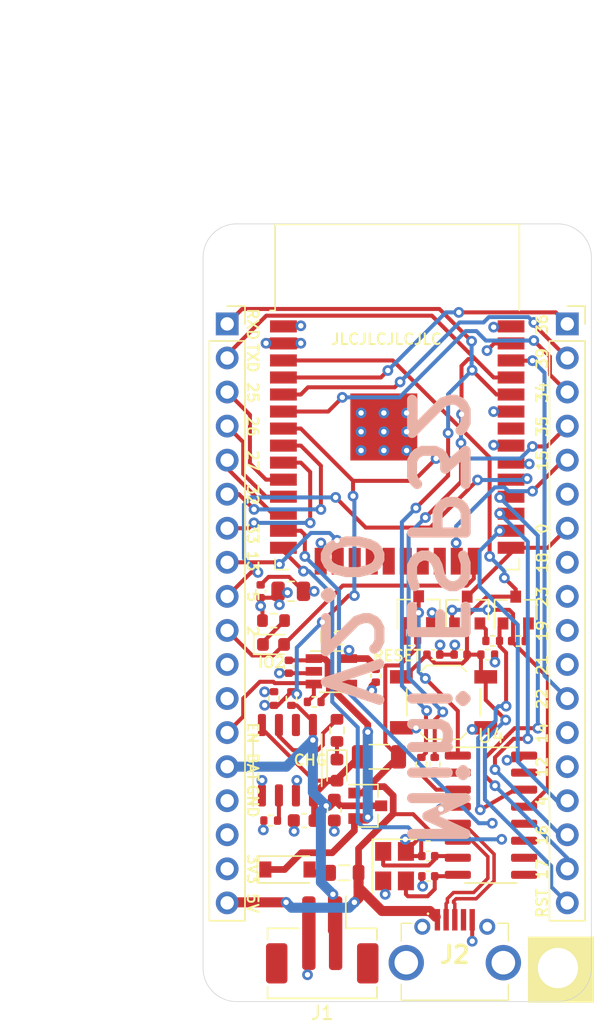
<source format=kicad_pcb>
(kicad_pcb (version 20171130) (host pcbnew "(5.1.7-0-10_14)")
  (layers (0 F.Cu signal) (1 In1.Cu power) (2 In2.Cu power) (31 B.Cu signal) (34 B.Paste user) (35 F.Paste user) (36 B.SilkS user) (37 F.SilkS user) (38 B.Mask user) (39 F.Mask user) (44 Edge.Cuts user))
  (net 0 "")
  (net 1 "Net-(C1-Pad1)")
  (net 2 GND)
  (net 3 "Net-(C2-Pad1)")
  (net 4 VDD)
  (net 5 +BATT)
  (net 6 RESET)
  (net 7 "Net-(C9-Pad1)")
  (net 8 "Net-(C10-Pad1)")
  (net 9 "Net-(D1-Pad2)")
  (net 10 "Net-(D2-Pad1)")
  (net 11 "Net-(D3-Pad1)")
  (net 12 VBUS)
  (net 13 UD-)
  (net 14 UD+)
  (net 15 "Net-(J2-Pad4)")
  (net 16 EN)
  (net 17 IO21)
  (net 18 IO17)
  (net 19 IO16)
  (net 20 "Net-(Q2-Pad2)")
  (net 21 GPIO0)
  (net 22 DTR)
  (net 23 RTS)
  (net 24 "Net-(Q3-Pad2)")
  (net 25 CH340GND)
  (net 26 "Net-(Q4-Pad1)")
  (net 27 "Net-(R4-Pad1)")
  (net 28 "Net-(R9-Pad2)")
  (net 29 TXD0)
  (net 30 "Net-(R12-Pad1)")
  (net 31 RXD0)
  (net 32 "Net-(R13-Pad2)")
  (net 33 "Net-(U1-Pad17)")
  (net 34 "Net-(U1-Pad18)")
  (net 35 "Net-(U1-Pad19)")
  (net 36 "Net-(U1-Pad20)")
  (net 37 "Net-(U1-Pad21)")
  (net 38 "Net-(U1-Pad22)")
  (net 39 "Net-(U1-Pad32)")
  (net 40 "Net-(U2-Pad4)")
  (net 41 "Net-(U3-Pad6)")
  (net 42 "Net-(U4-Pad9)")
  (net 43 "Net-(U4-Pad10)")
  (net 44 "Net-(U4-Pad11)")
  (net 45 "Net-(U4-Pad12)")
  (net 46 "Net-(U4-Pad15)")
  (net 47 IO2)
  (net 48 I35)
  (net 49 I36)
  (net 50 I39)
  (net 51 I34)
  (net 52 IO32)
  (net 53 IO33)
  (net 54 IO25_DAC1)
  (net 55 IO26_DAC2)
  (net 56 IO27)
  (net 57 IO14)
  (net 58 IO12)
  (net 59 IO13)
  (net 60 IO15)
  (net 61 IO4)
  (net 62 IO5)
  (net 63 IO18)
  (net 64 IO19)
  (net 65 IO22)
  (net 66 IO23)
  (net 67 "Net-(J5-Pad16)")
  (net 68 "Net-(J5-Pad12)")
  (net 69 "Net-(J5-Pad11)")
  (net 70 "Net-(J6-Pad6)")
  (net 71 "Net-(H1-Pad1)")
  (net 72 "Net-(H2-Pad1)")
  (net 73 "Net-(H3-Pad1)")
  (net 74 "Net-(H4-Pad1)")
  (module Capacitor_SMD:C_0603_1608Metric (layer F.Cu) (at 126.75 106.1 180)
    (fp_text reference C1)
    (fp_text value 10u)
    (pad 2 smd roundrect (at 0.775 0 180) (size 0.9 0.95) (layers F.Cu F.Paste F.Mask) (net 2 GND))
    (pad 1 smd roundrect (at -0.775 0 180) (size 0.9 0.95) (layers F.Cu F.Paste F.Mask) (net 1 "Net-(C1-Pad1)"))
  )
  (module Capacitor_SMD:C_0402_1005Metric (layer F.Cu) (at 125.6 94.63 270)
    (fp_text reference C2)
    (fp_text value 1u)
    (pad 1 smd roundrect (at -0.48 0 270) (size 0.56 0.62) (layers F.Cu F.Paste F.Mask) (net 3 "Net-(C2-Pad1)"))
    (pad 2 smd roundrect (at 0.48 0 270) (size 0.56 0.62) (layers F.Cu F.Paste F.Mask) (net 2 GND))
  )
  (module Capacitor_SMD:C_0402_1005Metric (layer F.Cu) (at 123.5 89 270)
    (fp_text reference C3)
    (fp_text value 1u)
    (pad 2 smd roundrect (at 0.48 0 270) (size 0.56 0.62) (layers F.Cu F.Paste F.Mask) (net 2 GND))
    (pad 1 smd roundrect (at -0.48 0 270) (size 0.56 0.62) (layers F.Cu F.Paste F.Mask) (net 4 VDD))
  )
  (module Capacitor_SMD:C_0805_2012Metric (layer F.Cu) (at 125.75 89 180)
    (fp_text reference C4)
    (fp_text value 22u)
    (pad 1 smd roundrect (at -0.95 0 180) (size 1 1.45) (layers F.Cu F.Paste F.Mask) (net 4 VDD))
    (pad 2 smd roundrect (at 0.95 0 180) (size 1 1.45) (layers F.Cu F.Paste F.Mask) (net 2 GND))
  )
  (module Capacitor_SMD:C_0603_1608Metric (layer F.Cu) (at 129 105.325 270)
    (fp_text reference C5)
    (fp_text value 10u)
    (pad 1 smd roundrect (at -0.775 0 270) (size 0.9 0.95) (layers F.Cu F.Paste F.Mask) (net 5 +BATT))
    (pad 2 smd roundrect (at 0.775 0 270) (size 0.9 0.95) (layers F.Cu F.Paste F.Mask) (net 2 GND))
  )
  (module Capacitor_SMD:C_0402_1005Metric (layer F.Cu) (at 132.1 95.3 270)
    (fp_text reference C6)
    (fp_text value 100n)
    (pad 1 smd roundrect (at -0.48 0 270) (size 0.56 0.62) (layers F.Cu F.Paste F.Mask) (net 4 VDD))
    (pad 2 smd roundrect (at 0.48 0 270) (size 0.56 0.62) (layers F.Cu F.Paste F.Mask) (net 2 GND))
  )
  (module Capacitor_SMD:C_0402_1005Metric (layer F.Cu) (at 138.43 93.726 180)
    (fp_text reference C7)
    (fp_text value 100n)
    (pad 2 smd roundrect (at 0.48 0 180) (size 0.56 0.62) (layers F.Cu F.Paste F.Mask) (net 2 GND))
    (pad 1 smd roundrect (at -0.48 0 180) (size 0.56 0.62) (layers F.Cu F.Paste F.Mask) (net 6 RESET))
  )
  (module Capacitor_SMD:C_0402_1005Metric (layer F.Cu) (at 136.398 93.726 180)
    (fp_text reference C8)
    (fp_text value 100n)
    (pad 1 smd roundrect (at -0.48 0 180) (size 0.56 0.62) (layers F.Cu F.Paste F.Mask) (net 2 GND))
    (pad 2 smd roundrect (at 0.48 0 180) (size 0.56 0.62) (layers F.Cu F.Paste F.Mask) (net 6 RESET))
  )
  (module Capacitor_SMD:C_0402_1005Metric (layer F.Cu) (at 136.02 108.75 180)
    (fp_text reference C9)
    (fp_text value 33p)
    (pad 1 smd roundrect (at -0.48 0 180) (size 0.56 0.62) (layers F.Cu F.Paste F.Mask) (net 7 "Net-(C9-Pad1)"))
    (pad 2 smd roundrect (at 0.48 0 180) (size 0.56 0.62) (layers F.Cu F.Paste F.Mask) (net 2 GND))
  )
  (module Capacitor_SMD:C_0402_1005Metric (layer F.Cu) (at 136.02 110.25 180)
    (fp_text reference C10)
    (fp_text value 33p)
    (pad 2 smd roundrect (at 0.48 0 180) (size 0.56 0.62) (layers F.Cu F.Paste F.Mask) (net 2 GND))
    (pad 1 smd roundrect (at -0.48 0 180) (size 0.56 0.62) (layers F.Cu F.Paste F.Mask) (net 8 "Net-(C10-Pad1)"))
  )
  (module Diode_SMD:D_SOD-123 (layer F.Cu) (at 125.5 109.75)
    (fp_text reference D1)
    (fp_text value B5819W)
    (pad 1 smd rect (at -1.65 0) (size 0.9 1.2) (layers F.Cu F.Paste F.Mask) (net 3 "Net-(C2-Pad1)"))
    (pad 2 smd rect (at 1.65 0) (size 0.9 1.2) (layers F.Cu F.Paste F.Mask) (net 9 "Net-(D1-Pad2)"))
  )
  (module LED_SMD:LED_0603_1608Metric (layer F.Cu) (at 129.2 102.3375 270)
    (fp_text reference D2)
    (fp_text value RED)
    (pad 2 smd roundrect (at 0.7875 0 270) (size 0.875 0.95) (layers F.Cu F.Paste F.Mask) (net 1 "Net-(C1-Pad1)"))
    (pad 1 smd roundrect (at -0.7875 0 270) (size 0.875 0.95) (layers F.Cu F.Paste F.Mask) (net 10 "Net-(D2-Pad1)"))
  )
  (module LED_SMD:LED_0603_1608Metric (layer F.Cu) (at 124.46 92.964)
    (fp_text reference D3)
    (fp_text value BLUE)
    (pad 2 smd roundrect (at 0.7875 0) (size 0.875 0.95) (layers F.Cu F.Paste F.Mask) (net 47 IO2))
    (pad 1 smd roundrect (at -0.7875 0) (size 0.875 0.95) (layers F.Cu F.Paste F.Mask) (net 11 "Net-(D3-Pad1)"))
  )
  (module Inductor_SMD:L_0805_2012Metric (layer F.Cu) (at 129.75 110)
    (fp_text reference FB1)
    (fp_text value "100 @ 100 MHz")
    (pad 1 smd roundrect (at -1.0625 0) (size 0.875 1.2) (layers F.Cu F.Paste F.Mask) (net 9 "Net-(D1-Pad2)"))
    (pad 2 smd roundrect (at 1.0625 0) (size 0.875 1.2) (layers F.Cu F.Paste F.Mask) (net 12 VBUS))
  )
  (module Connector_JST:JST_PH_B2B-PH-SM4-TB_1x02-1MP_P2.00mm_Vertical (layer F.Cu) (at 128.1 115 180)
    (fp_text reference J1 (at 0 -5.45) (layer F.SilkS))
    (fp_text value BAT)
    (pad MP smd roundrect (at 3.4 -1.75 180) (size 1.6 3) (layers F.Cu F.Paste F.Mask) (roundrect_rratio 0.15625))
    (pad MP smd roundrect (at -3.4 -1.75 180) (size 1.6 3) (layers F.Cu F.Paste F.Mask) (roundrect_rratio 0.15625))
    (pad 2 smd roundrect (at 1 0.5 180) (size 1 5.5) (layers F.Cu F.Paste F.Mask) (net 2 GND))
    (pad 1 smd roundrect (at -1 0.5 180) (size 1 5.5) (layers F.Cu F.Paste F.Mask) (net 5 +BATT))
  )
  (module serialx:C10418 (layer F.Cu) (at 138 116.5 180)
    (fp_text reference J2 (at 0 0.4) (layer F.SilkS) (effects (font (size 1.27 1.27) (thickness 0.254))))
    (fp_text value USB_B_Micro hide)
    (pad MH4 thru_hole circle (at 2.425 2.48 180) (size 1.2 1.2) (drill 0.7) (layers *.Cu *.Mask))
    (pad MH3 thru_hole circle (at -2.425 2.48 180) (size 1.2 1.2) (drill 0.7) (layers *.Cu *.Mask))
    (pad MH2 thru_hole circle (at 3.625 -0.2 180) (size 2.64 2.64) (drill 1.76) (layers *.Cu *.Mask))
    (pad MH1 thru_hole circle (at -3.625 -0.2 180) (size 2.64 2.64) (drill 1.76) (layers *.Cu *.Mask))
    (pad 5 smd rect (at -1.3 3 180) (size 0.4 1.6) (layers F.Cu F.Paste F.Mask) (net 2 GND))
    (pad 4 smd rect (at -0.65 3 180) (size 0.4 1.6) (layers F.Cu F.Paste F.Mask) (net 15 "Net-(J2-Pad4)"))
    (pad 3 smd rect (at 0 3 180) (size 0.4 1.6) (layers F.Cu F.Paste F.Mask) (net 14 UD+))
    (pad 2 smd rect (at 0.65 3 180) (size 0.4 1.6) (layers F.Cu F.Paste F.Mask) (net 13 UD-))
    (pad 1 smd rect (at 1.3 3 180) (size 0.4 1.6) (layers F.Cu F.Paste F.Mask) (net 12 VBUS))
  )
  (module Package_TO_SOT_SMD:SOT-23 (layer F.Cu) (at 131.5 105)
    (fp_text reference Q1)
    (fp_text value AO3401A)
    (pad 1 smd rect (at -1 -0.95) (size 0.9 0.8) (layers F.Cu F.Paste F.Mask) (net 12 VBUS))
    (pad 2 smd rect (at -1 0.95) (size 0.9 0.8) (layers F.Cu F.Paste F.Mask) (net 3 "Net-(C2-Pad1)"))
    (pad 3 smd rect (at 1 0) (size 0.9 0.8) (layers F.Cu F.Paste F.Mask) (net 5 +BATT))
  )
  (module Package_TO_SOT_SMD:SOT-23 (layer F.Cu) (at 135.3 90.375 90)
    (fp_text reference Q4)
    (fp_text value 2N7002)
    (pad 3 smd rect (at 1 0 90) (size 0.9 0.8) (layers F.Cu F.Paste F.Mask) (net 25 CH340GND))
    (pad 2 smd rect (at -1 0.95 90) (size 0.9 0.8) (layers F.Cu F.Paste F.Mask) (net 2 GND))
    (pad 1 smd rect (at -1 -0.95 90) (size 0.9 0.8) (layers F.Cu F.Paste F.Mask) (net 26 "Net-(Q4-Pad1)"))
  )
  (module Resistor_SMD:R_0402_1005Metric (layer F.Cu) (at 136 107.25 180)
    (fp_text reference R1)
    (fp_text value 100k)
    (pad 2 smd roundrect (at 0.51 0 180) (size 0.54 0.64) (layers F.Cu F.Paste F.Mask) (net 2 GND))
    (pad 1 smd roundrect (at -0.51 0 180) (size 0.54 0.64) (layers F.Cu F.Paste F.Mask) (net 12 VBUS))
  )
  (module Resistor_SMD:R_1206_3216Metric (layer F.Cu) (at 132.334 101.346)
    (fp_text reference R2)
    (fp_text value 0.1R)
    (pad 2 smd roundrect (at 1.4625 0) (size 1.125 1.75) (layers F.Cu F.Paste F.Mask) (roundrect_rratio 0.2222213333333333) (net 12 VBUS))
    (pad 1 smd roundrect (at -1.4625 0) (size 1.125 1.75) (layers F.Cu F.Paste F.Mask) (roundrect_rratio 0.2222213333333333) (net 1 "Net-(C1-Pad1)"))
  )
  (module Resistor_SMD:R_0402_1005Metric (layer F.Cu) (at 127.5 97.25 180)
    (fp_text reference R3)
    (fp_text value 100k)
    (pad 1 smd roundrect (at -0.51 0 180) (size 0.54 0.64) (layers F.Cu F.Paste F.Mask) (net 3 "Net-(C2-Pad1)"))
    (pad 2 smd roundrect (at 0.51 0 180) (size 0.54 0.64) (layers F.Cu F.Paste F.Mask) (net 16 EN))
  )
  (module Resistor_SMD:R_0603_1608Metric (layer F.Cu) (at 129.2 99.375 270)
    (fp_text reference R4)
    (fp_text value 2.4k)
    (pad 1 smd roundrect (at -0.825 0 270) (size 0.8 0.95) (layers F.Cu F.Paste F.Mask) (net 27 "Net-(R4-Pad1)"))
    (pad 2 smd roundrect (at 0.825 0 270) (size 0.8 0.95) (layers F.Cu F.Paste F.Mask) (net 10 "Net-(D2-Pad1)"))
  )
  (module Resistor_SMD:R_0402_1005Metric (layer F.Cu) (at 125.8 97 90)
    (fp_text reference R5)
    (fp_text value 100k)
    (pad 2 smd roundrect (at 0.51 0 90) (size 0.54 0.64) (layers F.Cu F.Paste F.Mask) (net 48 I35))
    (pad 1 smd roundrect (at -0.51 0 90) (size 0.54 0.64) (layers F.Cu F.Paste F.Mask) (net 5 +BATT))
  )
  (module Resistor_SMD:R_0402_1005Metric (layer F.Cu) (at 124.5 97 90)
    (fp_text reference R6)
    (fp_text value 100k)
    (pad 2 smd roundrect (at 0.51 0 90) (size 0.54 0.64) (layers F.Cu F.Paste F.Mask) (net 2 GND))
    (pad 1 smd roundrect (at -0.51 0 90) (size 0.54 0.64) (layers F.Cu F.Paste F.Mask) (net 48 I35))
  )
  (module Resistor_SMD:R_0402_1005Metric (layer F.Cu) (at 140.83 92.7)
    (fp_text reference R7)
    (fp_text value 10k)
    (pad 1 smd roundrect (at -0.51 0) (size 0.54 0.64) (layers F.Cu F.Paste F.Mask) (net 20 "Net-(Q2-Pad2)"))
    (pad 2 smd roundrect (at 0.51 0) (size 0.54 0.64) (layers F.Cu F.Paste F.Mask) (net 23 RTS))
  )
  (module Resistor_SMD:R_0402_1005Metric (layer F.Cu) (at 142.746 92.71 180)
    (fp_text reference R8)
    (fp_text value 10k)
    (pad 1 smd roundrect (at -0.51 0 180) (size 0.54 0.64) (layers F.Cu F.Paste F.Mask) (net 24 "Net-(Q3-Pad2)"))
    (pad 2 smd roundrect (at 0.51 0 180) (size 0.54 0.64) (layers F.Cu F.Paste F.Mask) (net 22 DTR))
  )
  (module Resistor_SMD:R_0402_1005Metric (layer F.Cu) (at 124.25 106.1)
    (fp_text reference R9)
    (fp_text value 2.4k)
    (pad 2 smd roundrect (at 0.51 0) (size 0.54 0.64) (layers F.Cu F.Paste F.Mask) (net 28 "Net-(R9-Pad2)"))
    (pad 1 smd roundrect (at -0.51 0) (size 0.54 0.64) (layers F.Cu F.Paste F.Mask) (net 2 GND))
  )
  (module Resistor_SMD:R_0402_1005Metric (layer F.Cu) (at 140.462 93.726 180)
    (fp_text reference R10)
    (fp_text value 10k)
    (pad 2 smd roundrect (at 0.51 0 180) (size 0.54 0.64) (layers F.Cu F.Paste F.Mask) (net 6 RESET))
    (pad 1 smd roundrect (at -0.51 0 180) (size 0.54 0.64) (layers F.Cu F.Paste F.Mask) (net 4 VDD))
  )
  (module Resistor_SMD:R_0603_1608Metric (layer F.Cu) (at 124.46 91.186)
    (fp_text reference R11)
    (fp_text value 2.4k)
    (pad 1 smd roundrect (at -0.825 0) (size 0.8 0.95) (layers F.Cu F.Paste F.Mask) (net 2 GND))
    (pad 2 smd roundrect (at 0.825 0) (size 0.8 0.95) (layers F.Cu F.Paste F.Mask) (net 11 "Net-(D3-Pad1)"))
  )
  (module Resistor_SMD:R_0402_1005Metric (layer F.Cu) (at 136.5 101.9 90)
    (fp_text reference R12)
    (fp_text value 2.4k)
    (pad 2 smd roundrect (at 0.51 0 90) (size 0.54 0.64) (layers F.Cu F.Paste F.Mask) (net 29 TXD0))
    (pad 1 smd roundrect (at -0.51 0 90) (size 0.54 0.64) (layers F.Cu F.Paste F.Mask) (net 30 "Net-(R12-Pad1)"))
  )
  (module Resistor_SMD:R_0402_1005Metric (layer F.Cu) (at 135.5 101.9 270)
    (fp_text reference R13)
    (fp_text value 2.4k)
    (pad 1 smd roundrect (at -0.51 0 270) (size 0.54 0.64) (layers F.Cu F.Paste F.Mask) (net 31 RXD0))
    (pad 2 smd roundrect (at 0.51 0 270) (size 0.54 0.64) (layers F.Cu F.Paste F.Mask) (net 32 "Net-(R13-Pad2)"))
  )
  (module Resistor_SMD:R_0402_1005Metric (layer F.Cu) (at 134.715 92.675)
    (fp_text reference R14)
    (fp_text value 100R)
    (pad 1 smd roundrect (at -0.51 0) (size 0.54 0.64) (layers F.Cu F.Paste F.Mask) (net 26 "Net-(Q4-Pad1)"))
    (pad 2 smd roundrect (at 0.51 0) (size 0.54 0.64) (layers F.Cu F.Paste F.Mask) (net 12 VBUS))
  )
  (module Button_Switch_SMD:SW_SPST_TL3342 (layer F.Cu) (at 137.16 97.282 180)
    (fp_text reference SW1)
    (fp_text value RESET)
    (pad 1 smd rect (at -3.15 -1.9 180) (size 1.7 1) (layers F.Cu F.Paste F.Mask) (net 2 GND))
    (pad 1 smd rect (at 3.15 -1.9 180) (size 1.7 1) (layers F.Cu F.Paste F.Mask) (net 2 GND))
    (pad 2 smd rect (at -3.15 1.9 180) (size 1.7 1) (layers F.Cu F.Paste F.Mask) (net 6 RESET))
    (pad 2 smd rect (at 3.15 1.9 180) (size 1.7 1) (layers F.Cu F.Paste F.Mask) (net 6 RESET))
  )
  (module RF_Module:ESP32-WROOM-32 (layer F.Cu) (at 133.7 77.5)
    (fp_text reference U1)
    (fp_text value ESP32-WROOM-32D)
    (pad 39 smd rect (at -1 -0.755) (size 5 5) (layers F.Cu F.Paste F.Mask) (net 2 GND))
    (pad 1 smd rect (at -8.5 -8.255) (size 2 0.9) (layers F.Cu F.Paste F.Mask) (net 2 GND))
    (pad 2 smd rect (at -8.5 -6.985) (size 2 0.9) (layers F.Cu F.Paste F.Mask) (net 4 VDD))
    (pad 3 smd rect (at -8.5 -5.715) (size 2 0.9) (layers F.Cu F.Paste F.Mask) (net 6 RESET))
    (pad 4 smd rect (at -8.5 -4.445) (size 2 0.9) (layers F.Cu F.Paste F.Mask) (net 49 I36))
    (pad 5 smd rect (at -8.5 -3.175) (size 2 0.9) (layers F.Cu F.Paste F.Mask) (net 50 I39))
    (pad 6 smd rect (at -8.5 -1.905) (size 2 0.9) (layers F.Cu F.Paste F.Mask) (net 51 I34))
    (pad 7 smd rect (at -8.5 -0.635) (size 2 0.9) (layers F.Cu F.Paste F.Mask) (net 48 I35))
    (pad 8 smd rect (at -8.5 0.635) (size 2 0.9) (layers F.Cu F.Paste F.Mask) (net 52 IO32))
    (pad 9 smd rect (at -8.5 1.905) (size 2 0.9) (layers F.Cu F.Paste F.Mask) (net 53 IO33))
    (pad 10 smd rect (at -8.5 3.175) (size 2 0.9) (layers F.Cu F.Paste F.Mask) (net 54 IO25_DAC1))
    (pad 11 smd rect (at -8.5 4.445) (size 2 0.9) (layers F.Cu F.Paste F.Mask) (net 55 IO26_DAC2))
    (pad 12 smd rect (at -8.5 5.715) (size 2 0.9) (layers F.Cu F.Paste F.Mask) (net 56 IO27))
    (pad 13 smd rect (at -8.5 6.985) (size 2 0.9) (layers F.Cu F.Paste F.Mask) (net 57 IO14))
    (pad 14 smd rect (at -8.5 8.255) (size 2 0.9) (layers F.Cu F.Paste F.Mask) (net 58 IO12))
    (pad 15 smd rect (at -5.715 9.255 90) (size 2 0.9) (layers F.Cu F.Paste F.Mask) (net 2 GND))
    (pad 16 smd rect (at -4.445 9.255 90) (size 2 0.9) (layers F.Cu F.Paste F.Mask) (net 59 IO13))
    (pad 17 smd rect (at -3.175 9.255 90) (size 2 0.9) (layers F.Cu F.Paste F.Mask) (net 33 "Net-(U1-Pad17)"))
    (pad 18 smd rect (at -1.905 9.255 90) (size 2 0.9) (layers F.Cu F.Paste F.Mask) (net 34 "Net-(U1-Pad18)"))
    (pad 19 smd rect (at -0.635 9.255 90) (size 2 0.9) (layers F.Cu F.Paste F.Mask) (net 35 "Net-(U1-Pad19)"))
    (pad 20 smd rect (at 0.635 9.255 90) (size 2 0.9) (layers F.Cu F.Paste F.Mask) (net 36 "Net-(U1-Pad20)"))
    (pad 21 smd rect (at 1.905 9.255 90) (size 2 0.9) (layers F.Cu F.Paste F.Mask) (net 37 "Net-(U1-Pad21)"))
    (pad 22 smd rect (at 3.175 9.255 90) (size 2 0.9) (layers F.Cu F.Paste F.Mask) (net 38 "Net-(U1-Pad22)"))
    (pad 23 smd rect (at 4.445 9.255 90) (size 2 0.9) (layers F.Cu F.Paste F.Mask) (net 60 IO15))
    (pad 24 smd rect (at 5.715 9.255 90) (size 2 0.9) (layers F.Cu F.Paste F.Mask) (net 47 IO2))
    (pad 25 smd rect (at 8.5 8.255) (size 2 0.9) (layers F.Cu F.Paste F.Mask) (net 21 GPIO0))
    (pad 26 smd rect (at 8.5 6.985) (size 2 0.9) (layers F.Cu F.Paste F.Mask) (net 61 IO4))
    (pad 27 smd rect (at 8.5 5.715) (size 2 0.9) (layers F.Cu F.Paste F.Mask) (net 19 IO16))
    (pad 28 smd rect (at 8.5 4.445) (size 2 0.9) (layers F.Cu F.Paste F.Mask) (net 18 IO17))
    (pad 29 smd rect (at 8.5 3.175) (size 2 0.9) (layers F.Cu F.Paste F.Mask) (net 62 IO5))
    (pad 30 smd rect (at 8.5 1.905) (size 2 0.9) (layers F.Cu F.Paste F.Mask) (net 63 IO18))
    (pad 31 smd rect (at 8.5 0.635) (size 2 0.9) (layers F.Cu F.Paste F.Mask) (net 64 IO19))
    (pad 32 smd rect (at 8.5 -0.635) (size 2 0.9) (layers F.Cu F.Paste F.Mask) (net 39 "Net-(U1-Pad32)"))
    (pad 33 smd rect (at 8.5 -1.905) (size 2 0.9) (layers F.Cu F.Paste F.Mask) (net 17 IO21))
    (pad 34 smd rect (at 8.5 -3.175) (size 2 0.9) (layers F.Cu F.Paste F.Mask) (net 31 RXD0))
    (pad 35 smd rect (at 8.5 -4.445) (size 2 0.9) (layers F.Cu F.Paste F.Mask) (net 29 TXD0))
    (pad 36 smd rect (at 8.5 -5.715) (size 2 0.9) (layers F.Cu F.Paste F.Mask) (net 65 IO22))
    (pad 37 smd rect (at 8.5 -6.985) (size 2 0.9) (layers F.Cu F.Paste F.Mask) (net 66 IO23))
    (pad 38 smd rect (at 8.5 -8.255) (size 2 0.9) (layers F.Cu F.Paste F.Mask) (net 2 GND))
  )
  (module Package_TO_SOT_SMD:TSOT-23-5 (layer F.Cu) (at 128.782 94.97)
    (fp_text reference U2 (at 0 -2.45) (layer F.SilkS))
    (fp_text value RT9080-33GJ5)
    (pad 1 smd rect (at -1.31 -0.95) (size 1.22 0.65) (layers F.Cu F.Paste F.Mask) (net 3 "Net-(C2-Pad1)"))
    (pad 2 smd rect (at -1.31 0) (size 1.22 0.65) (layers F.Cu F.Paste F.Mask) (net 2 GND))
    (pad 3 smd rect (at -1.31 0.95) (size 1.22 0.65) (layers F.Cu F.Paste F.Mask) (net 16 EN))
    (pad 4 smd rect (at 1.31 0.95) (size 1.22 0.65) (layers F.Cu F.Paste F.Mask) (net 40 "Net-(U2-Pad4)"))
    (pad 5 smd rect (at 1.31 -0.95) (size 1.22 0.65) (layers F.Cu F.Paste F.Mask) (net 4 VDD))
  )
  (module Package_SO:SOP-8_3.9x4.9mm_P1.27mm (layer F.Cu) (at 125.5 101.6 90)
    (fp_text reference U3)
    (fp_text value TP4056)
    (pad 8 smd roundrect (at 2.625 -1.905 90) (size 1.65 0.6) (layers F.Cu F.Paste F.Mask) (net 1 "Net-(C1-Pad1)"))
    (pad 7 smd roundrect (at 2.625 -0.635 90) (size 1.65 0.6) (layers F.Cu F.Paste F.Mask) (net 27 "Net-(R4-Pad1)"))
    (pad 6 smd roundrect (at 2.625 0.635 90) (size 1.65 0.6) (layers F.Cu F.Paste F.Mask) (net 41 "Net-(U3-Pad6)"))
    (pad 5 smd roundrect (at 2.625 1.905 90) (size 1.65 0.6) (layers F.Cu F.Paste F.Mask) (net 5 +BATT))
    (pad 4 smd roundrect (at -2.625 1.905 90) (size 1.65 0.6) (layers F.Cu F.Paste F.Mask) (net 1 "Net-(C1-Pad1)"))
    (pad 3 smd roundrect (at -2.625 0.635 90) (size 1.65 0.6) (layers F.Cu F.Paste F.Mask) (net 2 GND))
    (pad 2 smd roundrect (at -2.625 -0.635 90) (size 1.65 0.6) (layers F.Cu F.Paste F.Mask) (net 28 "Net-(R9-Pad2)"))
    (pad 1 smd roundrect (at -2.625 -1.905 90) (size 1.65 0.6) (layers F.Cu F.Paste F.Mask) (net 2 GND))
  )
  (module Package_SO:SOIC-16_3.9x9.9mm_P1.27mm (layer F.Cu) (at 140.7 105.7)
    (fp_text reference U4 (at 0 -5.9) (layer F.SilkS))
    (fp_text value CH340G)
    (pad 1 smd roundrect (at -2.475 -4.445) (size 1.95 0.6) (layers F.Cu F.Paste F.Mask) (net 25 CH340GND))
    (pad 2 smd roundrect (at -2.475 -3.175) (size 1.95 0.6) (layers F.Cu F.Paste F.Mask) (net 30 "Net-(R12-Pad1)"))
    (pad 3 smd roundrect (at -2.475 -1.905) (size 1.95 0.6) (layers F.Cu F.Paste F.Mask) (net 32 "Net-(R13-Pad2)"))
    (pad 4 smd roundrect (at -2.475 -0.635) (size 1.95 0.6) (layers F.Cu F.Paste F.Mask) (net 4 VDD))
    (pad 5 smd roundrect (at -2.475 0.635) (size 1.95 0.6) (layers F.Cu F.Paste F.Mask) (net 14 UD+))
    (pad 6 smd roundrect (at -2.475 1.905) (size 1.95 0.6) (layers F.Cu F.Paste F.Mask) (net 13 UD-))
    (pad 7 smd roundrect (at -2.475 3.175) (size 1.95 0.6) (layers F.Cu F.Paste F.Mask) (net 7 "Net-(C9-Pad1)"))
    (pad 8 smd roundrect (at -2.475 4.445) (size 1.95 0.6) (layers F.Cu F.Paste F.Mask) (net 8 "Net-(C10-Pad1)"))
    (pad 9 smd roundrect (at 2.475 4.445) (size 1.95 0.6) (layers F.Cu F.Paste F.Mask) (net 42 "Net-(U4-Pad9)"))
    (pad 10 smd roundrect (at 2.475 3.175) (size 1.95 0.6) (layers F.Cu F.Paste F.Mask) (net 43 "Net-(U4-Pad10)"))
    (pad 11 smd roundrect (at 2.475 1.905) (size 1.95 0.6) (layers F.Cu F.Paste F.Mask) (net 44 "Net-(U4-Pad11)"))
    (pad 12 smd roundrect (at 2.475 0.635) (size 1.95 0.6) (layers F.Cu F.Paste F.Mask) (net 45 "Net-(U4-Pad12)"))
    (pad 13 smd roundrect (at 2.475 -0.635) (size 1.95 0.6) (layers F.Cu F.Paste F.Mask) (net 22 DTR))
    (pad 14 smd roundrect (at 2.475 -1.905) (size 1.95 0.6) (layers F.Cu F.Paste F.Mask) (net 23 RTS))
    (pad 15 smd roundrect (at 2.475 -3.175) (size 1.95 0.6) (layers F.Cu F.Paste F.Mask) (net 46 "Net-(U4-Pad15)"))
    (pad 16 smd roundrect (at 2.475 -4.445) (size 1.95 0.6) (layers F.Cu F.Paste F.Mask) (net 4 VDD))
  )
  (module Crystal:Crystal_SMD_3225-4Pin_3.2x2.5mm (layer F.Cu) (at 133.5 109.5 270)
    (fp_text reference Y1)
    (fp_text value 12MHz)
    (pad 1 smd rect (at -1.1 0.85 270) (size 1.4 1.2) (layers F.Cu F.Paste F.Mask) (net 7 "Net-(C9-Pad1)"))
    (pad 2 smd rect (at 1.1 0.85 270) (size 1.4 1.2) (layers F.Cu F.Paste F.Mask) (net 2 GND))
    (pad 3 smd rect (at 1.1 -0.85 270) (size 1.4 1.2) (layers F.Cu F.Paste F.Mask) (net 8 "Net-(C10-Pad1)"))
    (pad 4 smd rect (at -1.1 -0.85 270) (size 1.4 1.2) (layers F.Cu F.Paste F.Mask) (net 2 GND))
  )
  (module Package_TO_SOT_SMD:SOT-23 (layer F.Cu) (at 138.925001 90.4 90)
    (fp_text reference Q2)
    (fp_text value S8050)
    (pad 1 smd rect (at -1 -0.95 90) (size 0.9 0.8) (layers F.Cu F.Paste F.Mask) (net 22 DTR))
    (pad 2 smd rect (at -1 0.95 90) (size 0.9 0.8) (layers F.Cu F.Paste F.Mask) (net 20 "Net-(Q2-Pad2)"))
    (pad 3 smd rect (at 1 0 90) (size 0.9 0.8) (layers F.Cu F.Paste F.Mask) (net 21 GPIO0))
  )
  (module Package_TO_SOT_SMD:SOT-23 (layer F.Cu) (at 142.55 90.4 90)
    (fp_text reference Q3)
    (fp_text value S8050)
    (pad 3 smd rect (at 1 0 90) (size 0.9 0.8) (layers F.Cu F.Paste F.Mask) (net 6 RESET))
    (pad 2 smd rect (at -1 0.95 90) (size 0.9 0.8) (layers F.Cu F.Paste F.Mask) (net 24 "Net-(Q3-Pad2)"))
    (pad 1 smd rect (at -1 -0.95 90) (size 0.9 0.8) (layers F.Cu F.Paste F.Mask) (net 23 RTS))
  )
  (module MountingHole:MountingHole_3mm (layer F.Cu) (at 145.7 117.1)
    (fp_text reference H1)
    (fp_text value MountingHole_Pad)
    (pad 1 np_thru_hole circle (at 0 0) (size 3 3) (drill 3) (layers *.Cu *.Mask) (net 71 "Net-(H1-Pad1)"))
  )
  (module MountingHole:MountingHole_3mm (layer F.Cu) (at 145.7 64.1)
    (fp_text reference H2)
    (fp_text value MountingHole_Pad)
    (pad 1 np_thru_hole circle (at 0 0) (size 3 3) (drill 3) (layers *.Cu *.Mask) (net 72 "Net-(H2-Pad1)"))
  )
  (module MountingHole:MountingHole_3mm (layer F.Cu) (at 121.7 64.1)
    (fp_text reference H3)
    (fp_text value MountingHole_Pad)
    (pad 1 np_thru_hole circle (at 0 0) (size 3 3) (drill 3) (layers *.Cu *.Mask) (net 73 "Net-(H3-Pad1)"))
  )
  (module MountingHole:MountingHole_3mm (layer F.Cu) (at 121.7 117.1)
    (fp_text reference H4)
    (fp_text value MountingHole_Pad)
    (pad 1 np_thru_hole circle (at 0 0) (size 3 3) (drill 3) (layers *.Cu *.Mask) (net 74 "Net-(H4-Pad1)"))
  )
  (module Connector_PinSocket_2.54mm:PinSocket_1x18_P2.54mm_Vertical (layer F.Cu) (at 121 69.06)
    (fp_text reference J5)
    (fp_text value Conn_01x18)
    (pad 18 thru_hole oval (at 0 43.18) (size 1.7 1.7) (drill 1) (layers *.Cu *.Mask) (net 12 VBUS))
    (pad 17 thru_hole oval (at 0 40.64) (size 1.7 1.7) (drill 1) (layers *.Cu *.Mask) (net 4 VDD))
    (pad 16 thru_hole oval (at 0 38.1) (size 1.7 1.7) (drill 1) (layers *.Cu *.Mask) (net 67 "Net-(J5-Pad16)"))
    (pad 15 thru_hole oval (at 0 35.56) (size 1.7 1.7) (drill 1) (layers *.Cu *.Mask) (net 2 GND))
    (pad 14 thru_hole oval (at 0 33.02) (size 1.7 1.7) (drill 1) (layers *.Cu *.Mask) (net 5 +BATT))
    (pad 13 thru_hole oval (at 0 30.48) (size 1.7 1.7) (drill 1) (layers *.Cu *.Mask) (net 16 EN))
    (pad 12 thru_hole oval (at 0 27.94) (size 1.7 1.7) (drill 1) (layers *.Cu *.Mask) (net 68 "Net-(J5-Pad12)"))
    (pad 11 thru_hole oval (at 0 25.4) (size 1.7 1.7) (drill 1) (layers *.Cu *.Mask) (net 69 "Net-(J5-Pad11)"))
    (pad 10 thru_hole oval (at 0 22.86) (size 1.7 1.7) (drill 1) (layers *.Cu *.Mask) (net 47 IO2))
    (pad 9 thru_hole oval (at 0 20.32) (size 1.7 1.7) (drill 1) (layers *.Cu *.Mask) (net 62 IO5))
    (pad 8 thru_hole oval (at 0 17.78) (size 1.7 1.7) (drill 1) (layers *.Cu *.Mask) (net 59 IO13))
    (pad 7 thru_hole oval (at 0 15.24) (size 1.7 1.7) (drill 1) (layers *.Cu *.Mask) (net 53 IO33))
    (pad 6 thru_hole oval (at 0 12.7) (size 1.7 1.7) (drill 1) (layers *.Cu *.Mask) (net 52 IO32))
    (pad 5 thru_hole oval (at 0 10.16) (size 1.7 1.7) (drill 1) (layers *.Cu *.Mask) (net 56 IO27))
    (pad 4 thru_hole oval (at 0 7.62) (size 1.7 1.7) (drill 1) (layers *.Cu *.Mask) (net 55 IO26_DAC2))
    (pad 3 thru_hole oval (at 0 5.08) (size 1.7 1.7) (drill 1) (layers *.Cu *.Mask) (net 54 IO25_DAC1))
    (pad 2 thru_hole oval (at 0 2.54) (size 1.7 1.7) (drill 1) (layers *.Cu *.Mask) (net 29 TXD0))
    (pad 1 thru_hole rect (at 0 0) (size 1.7 1.7) (drill 1) (layers *.Cu *.Mask) (net 31 RXD0))
  )
  (module Connector_PinSocket_2.54mm:PinSocket_1x18_P2.54mm_Vertical (layer F.Cu) (at 146.4 69.06)
    (fp_text reference J6)
    (fp_text value Conn_01x18)
    (pad 1 thru_hole rect (at 0 0) (size 1.7 1.7) (drill 1) (layers *.Cu *.Mask) (net 49 I36))
    (pad 2 thru_hole oval (at 0 2.54) (size 1.7 1.7) (drill 1) (layers *.Cu *.Mask) (net 50 I39))
    (pad 3 thru_hole oval (at 0 5.08) (size 1.7 1.7) (drill 1) (layers *.Cu *.Mask) (net 51 I34))
    (pad 4 thru_hole oval (at 0 7.62) (size 1.7 1.7) (drill 1) (layers *.Cu *.Mask) (net 48 I35))
    (pad 5 thru_hole oval (at 0 10.16) (size 1.7 1.7) (drill 1) (layers *.Cu *.Mask) (net 60 IO15))
    (pad 6 thru_hole oval (at 0 12.7) (size 1.7 1.7) (drill 1) (layers *.Cu *.Mask) (net 70 "Net-(J6-Pad6)"))
    (pad 7 thru_hole oval (at 0 15.24) (size 1.7 1.7) (drill 1) (layers *.Cu *.Mask) (net 21 GPIO0))
    (pad 8 thru_hole oval (at 0 17.78) (size 1.7 1.7) (drill 1) (layers *.Cu *.Mask) (net 63 IO18))
    (pad 9 thru_hole oval (at 0 20.32) (size 1.7 1.7) (drill 1) (layers *.Cu *.Mask) (net 66 IO23))
    (pad 10 thru_hole oval (at 0 22.86) (size 1.7 1.7) (drill 1) (layers *.Cu *.Mask) (net 64 IO19))
    (pad 11 thru_hole oval (at 0 25.4) (size 1.7 1.7) (drill 1) (layers *.Cu *.Mask) (net 17 IO21))
    (pad 12 thru_hole oval (at 0 27.94) (size 1.7 1.7) (drill 1) (layers *.Cu *.Mask) (net 65 IO22))
    (pad 13 thru_hole oval (at 0 30.48) (size 1.7 1.7) (drill 1) (layers *.Cu *.Mask) (net 57 IO14))
    (pad 14 thru_hole oval (at 0 33.02) (size 1.7 1.7) (drill 1) (layers *.Cu *.Mask) (net 58 IO12))
    (pad 15 thru_hole oval (at 0 35.56) (size 1.7 1.7) (drill 1) (layers *.Cu *.Mask) (net 61 IO4))
    (pad 16 thru_hole oval (at 0 38.1) (size 1.7 1.7) (drill 1) (layers *.Cu *.Mask) (net 19 IO16))
    (pad 17 thru_hole oval (at 0 40.64) (size 1.7 1.7) (drill 1) (layers *.Cu *.Mask) (net 18 IO17))
    (pad 18 thru_hole oval (at 0 43.18) (size 1.7 1.7) (drill 1) (layers *.Cu *.Mask) (net 6 RESET))
  )
  (gr_text JLCJLCJLCJLC (at 132.9 70.2) (layer F.SilkS) (effects (font (size 0.8 0.8))))
  (gr_text RESET (at 133.7 93.8) (layer F.SilkS) (effects (font (size 0.8 0.8))))
  (gr_text CHG (at 127.2 101.6) (layer F.SilkS) (effects (font (size 0.8 0.8))))
  (gr_text IO2 (at 124.3 94.3) (layer F.SilkS) (effects (font (size 0.8 0.8))))
  (gr_text "Mini ESP32\nV2.0" (at 133.4 91 270) (layer B.SilkS) (effects (font (size 4 4) (thickness 0.75)) (justify mirror)))
  (gr_text 36 (at 144.526 69.088 90) (layer F.SilkS) (effects (font (size 0.8 0.8))))
  (gr_text 39 (at 144.526 71.628 90) (layer F.SilkS) (effects (font (size 0.8 0.8))))
  (gr_text 34 (at 144.526 74.168 90) (layer F.SilkS) (effects (font (size 0.8 0.8))))
  (gr_text 35 (at 144.526 76.708 90) (layer F.SilkS) (effects (font (size 0.8 0.8))))
  (gr_text 15 (at 144.526 79.248 90) (layer F.SilkS) (effects (font (size 0.8 0.8))))
  (gr_text 0 (at 144.526 84.328 90) (layer F.SilkS) (effects (font (size 0.8 0.8))))
  (gr_text 18 (at 144.526 86.868 90) (layer F.SilkS) (effects (font (size 0.8 0.8))))
  (gr_text 23 (at 144.526 89.408 90) (layer F.SilkS) (effects (font (size 0.8 0.8))))
  (gr_text 19 (at 144.526 91.948 90) (layer F.SilkS) (effects (font (size 0.8 0.8))))
  (gr_text 21 (at 144.526 94.488 90) (layer F.SilkS) (effects (font (size 0.8 0.8))))
  (gr_text 22 (at 144.526 97.028 90) (layer F.SilkS) (effects (font (size 0.8 0.8))))
  (gr_text 14 (at 144.526 99.568 90) (layer F.SilkS) (effects (font (size 0.8 0.8))))
  (gr_text 12 (at 144.526 102.108 90) (layer F.SilkS) (effects (font (size 0.8 0.8))))
  (gr_text 4 (at 144.526 104.648 90) (layer F.SilkS) (effects (font (size 0.8 0.8))))
  (gr_text 16 (at 144.526 107.188 90) (layer F.SilkS) (effects (font (size 0.8 0.8))))
  (gr_text 17 (at 144.526 109.728 90) (layer F.SilkS) (effects (font (size 0.8 0.8))))
  (gr_text RST (at 144.526 112.268 90) (layer F.SilkS) (effects (font (size 0.8 0.8))))
  (gr_text 5V (at 122.9 112.268 270) (layer F.SilkS) (effects (font (size 0.8 0.8))))
  (gr_text 3V3 (at 122.9 109.728 270) (layer F.SilkS) (effects (font (size 0.8 0.8))))
  (gr_text GND (at 122.9 104.648 270) (layer F.SilkS) (effects (font (size 0.8 0.8))))
  (gr_text BAT (at 122.9 102.108 270) (layer F.SilkS) (effects (font (size 0.8 0.8))))
  (gr_text EN (at 122.9 99.568 270) (layer F.SilkS) (effects (font (size 0.8 0.8))))
  (gr_text 2 (at 122.9 91.948 270) (layer F.SilkS) (effects (font (size 0.8 0.8))))
  (gr_text 5 (at 122.9 89.408 270) (layer F.SilkS) (effects (font (size 0.8 0.8))))
  (gr_text 13 (at 122.9 86.741 270) (layer F.SilkS) (effects (font (size 0.8 0.8))))
  (gr_text 33 (at 122.9 84.709 270) (layer F.SilkS) (effects (font (size 0.8 0.8))))
  (gr_text 32 (at 122.9 81.788 270) (layer F.SilkS) (effects (font (size 0.8 0.8))))
  (gr_text 27 (at 122.9 79.248 270) (layer F.SilkS) (effects (font (size 0.8 0.8))))
  (gr_text 26 (at 122.9 76.7 270) (layer F.SilkS) (effects (font (size 0.8 0.8))))
  (gr_text 25 (at 122.9 74.168 270) (layer F.SilkS) (effects (font (size 0.8 0.8))))
  (gr_text TXD (at 122.9 71.6 270) (layer F.SilkS) (effects (font (size 0.8 0.8))))
  (gr_text RXD (at 122.9 69.088 270) (layer F.SilkS) (effects (font (size 0.8 0.8))))
  (gr_poly (pts (xy 148.336 119.634) (xy 143.51 119.634) (xy 143.51 114.808) (xy 148.336 114.808)) (layer F.SilkS) (width 0.1))
  (gr_arc (start 121.7 117.1) (end 119.2 117.1) (angle -90) (layer Edge.Cuts) (width 0.05))
  (gr_arc (start 145.7 117.1) (end 145.7 119.6) (angle -90) (layer Edge.Cuts) (width 0.05))
  (gr_arc (start 121.7 64.1) (end 121.7 61.6) (angle -90) (layer Edge.Cuts) (width 0.05))
  (gr_arc (start 145.7 64.1) (end 148.2 64.1) (angle -90) (layer Edge.Cuts) (width 0.05))
  (gr_line (start 148.2 117.1) (end 148.2 64.1) (layer Edge.Cuts) (width 0.05))
  (gr_line (start 121.7 119.6) (end 145.7 119.6) (layer Edge.Cuts) (width 0.05))
  (gr_line (start 119.2 64.1) (end 119.2 117.1) (layer Edge.Cuts) (width 0.05))
  (gr_line (start 121.7 61.6) (end 145.7 61.6) (layer Edge.Cuts) (width 0.05))
  (segment (start 127.525 104.345) (end 127.405 104.225) (width 0.5) (layer F.Cu) (net 1))
  (segment (start 127.525 106.1) (end 127.525 104.345) (width 0.5) (layer F.Cu) (net 1))
  (segment (start 128.505 103.125) (end 127.405 104.225) (width 0.5) (layer F.Cu) (net 1))
  (segment (start 129 103.125) (end 128.505 103.125) (width 0.5) (layer F.Cu) (net 1))
  (segment (start 129.0925 103.125) (end 130.8715 101.346) (width 0.5) (layer F.Cu) (net 1))
  (segment (start 129 103.125) (end 129.0925 103.125) (width 0.5) (layer F.Cu) (net 1))
  (segment (start 127.48288 103.125) (end 129.2 103.125) (width 0.3) (layer F.Cu) (net 1))
  (segment (start 123.595 99.23712) (end 127.48288 103.125) (width 0.3) (layer F.Cu) (net 1))
  (segment (start 123.595 98.975) (end 123.595 99.23712) (width 0.3) (layer F.Cu) (net 1))
  (via (at 132.7 78.5) (size 0.8) (drill 0.4) (layers F.Cu B.Cu) (net 2))
  (via (at 132.7 77.1) (size 0.8) (drill 0.4) (layers F.Cu B.Cu) (net 2))
  (via (at 132.7 75.7) (size 0.8) (drill 0.4) (layers F.Cu B.Cu) (net 2))
  (via (at 131 75.7) (size 0.8) (drill 0.4) (layers F.Cu B.Cu) (net 2))
  (via (at 131 77.1) (size 0.8) (drill 0.4) (layers F.Cu B.Cu) (net 2))
  (via (at 131 78.5) (size 0.8) (drill 0.4) (layers F.Cu B.Cu) (net 2))
  (via (at 134.4 78.5) (size 0.8) (drill 0.4) (layers F.Cu B.Cu) (net 2))
  (via (at 134.4 77.1) (size 0.8) (drill 0.4) (layers F.Cu B.Cu) (net 2))
  (via (at 134.4 75.7) (size 0.8) (drill 0.4) (layers F.Cu B.Cu) (net 2))
  (segment (start 124.32 89.48) (end 124.8 89) (width 0.3) (layer F.Cu) (net 2))
  (segment (start 123.5 89.48) (end 124.32 89.48) (width 0.3) (layer F.Cu) (net 2))
  (segment (start 134.7 108.75) (end 134.35 108.4) (width 0.3) (layer F.Cu) (net 2))
  (segment (start 135.54 108.75) (end 134.7 108.75) (width 0.3) (layer F.Cu) (net 2))
  (segment (start 135.49 107.26) (end 134.35 108.4) (width 0.3) (layer F.Cu) (net 2))
  (segment (start 135.49 107.25) (end 135.49 107.26) (width 0.3) (layer F.Cu) (net 2))
  (segment (start 135.49 108.7) (end 135.54 108.75) (width 0.3) (layer F.Cu) (net 2))
  (segment (start 135.49 107.25) (end 135.49 108.7) (width 0.3) (layer F.Cu) (net 2))
  (via (at 131.8 96.4) (size 0.8) (drill 0.4) (layers F.Cu B.Cu) (net 2))
  (via (at 135.1 99.2) (size 0.8) (drill 0.4) (layers F.Cu B.Cu) (net 2))
  (via (at 139.3 99.3) (size 0.8) (drill 0.4) (layers F.Cu B.Cu) (net 2))
  (via (at 129 106.9) (size 0.8) (drill 0.4) (layers F.Cu B.Cu) (net 2))
  (via (at 126 106.9) (size 0.8) (drill 0.4) (layers F.Cu B.Cu) (net 2))
  (via (at 123.7 106.8) (size 0.8) (drill 0.4) (layers F.Cu B.Cu) (net 2))
  (via (at 123.6 103.1) (size 0.8) (drill 0.4) (layers F.Cu B.Cu) (net 2))
  (via (at 126.2 103.1) (size 0.8) (drill 0.4) (layers F.Cu B.Cu) (net 2))
  (segment (start 126.2 104.16) (end 126.135 104.225) (width 0.3) (layer F.Cu) (net 2))
  (segment (start 126.2 103.1) (end 126.2 104.16) (width 0.3) (layer F.Cu) (net 2))
  (segment (start 123.6 104.22) (end 123.595 104.225) (width 0.3) (layer F.Cu) (net 2))
  (segment (start 123.6 103.1) (end 123.6 104.22) (width 0.3) (layer F.Cu) (net 2))
  (segment (start 123.7 106.14) (end 123.74 106.1) (width 0.3) (layer F.Cu) (net 2))
  (segment (start 123.7 106.8) (end 123.7 106.14) (width 0.3) (layer F.Cu) (net 2))
  (segment (start 126 106.125) (end 125.975 106.1) (width 0.3) (layer F.Cu) (net 2))
  (segment (start 126 106.9) (end 126 106.125) (width 0.3) (layer F.Cu) (net 2))
  (segment (start 129 106.9) (end 129 106.1) (width 0.3) (layer F.Cu) (net 2))
  (segment (start 140.192 99.3) (end 140.31 99.182) (width 0.3) (layer F.Cu) (net 2))
  (segment (start 139.3 99.3) (end 140.192 99.3) (width 0.3) (layer F.Cu) (net 2))
  (segment (start 134.028 99.2) (end 134.01 99.182) (width 0.3) (layer F.Cu) (net 2))
  (segment (start 135.1 99.2) (end 134.028 99.2) (width 0.3) (layer F.Cu) (net 2))
  (via (at 136.3 90.6) (size 0.8) (drill 0.4) (layers F.Cu B.Cu) (net 2))
  (segment (start 136.25 90.65) (end 136.3 90.6) (width 0.3) (layer F.Cu) (net 2))
  (segment (start 136.25 91.375) (end 136.25 90.65) (width 0.3) (layer F.Cu) (net 2))
  (via (at 125.5 89.1) (size 0.8) (drill 0.4) (layers F.Cu B.Cu) (net 2))
  (via (at 124.9 90) (size 0.8) (drill 0.4) (layers F.Cu B.Cu) (net 2))
  (segment (start 124.9 90) (end 124.9 89.1) (width 0.3) (layer F.Cu) (net 2))
  (segment (start 124.9 89.1) (end 124.8 89) (width 0.3) (layer F.Cu) (net 2))
  (segment (start 125.5 89.1) (end 124.9 89.1) (width 0.3) (layer F.Cu) (net 2))
  (via (at 123.5 90.1) (size 0.8) (drill 0.4) (layers F.Cu B.Cu) (net 2))
  (segment (start 123.635 90.235) (end 123.5 90.1) (width 0.3) (layer F.Cu) (net 2))
  (segment (start 123.635 91.186) (end 123.635 90.235) (width 0.3) (layer F.Cu) (net 2))
  (segment (start 123.5 90.1) (end 123.5 89.48) (width 0.3) (layer F.Cu) (net 2))
  (via (at 128 85.4) (size 0.8) (drill 0.4) (layers F.Cu B.Cu) (net 2))
  (segment (start 128 86.74) (end 127.985 86.755) (width 0.3) (layer F.Cu) (net 2))
  (segment (start 128 85.4) (end 128 86.74) (width 0.3) (layer F.Cu) (net 2))
  (via (at 126.5 69.2) (size 0.8) (drill 0.4) (layers F.Cu B.Cu) (net 2))
  (segment (start 125.245 69.2) (end 125.2 69.245) (width 0.3) (layer F.Cu) (net 2))
  (segment (start 126.5 69.2) (end 125.245 69.2) (width 0.3) (layer F.Cu) (net 2))
  (via (at 140.9 69.3) (size 0.8) (drill 0.4) (layers F.Cu B.Cu) (net 2))
  (segment (start 142.145 69.3) (end 142.2 69.245) (width 0.3) (layer F.Cu) (net 2))
  (segment (start 140.9 69.3) (end 142.145 69.3) (width 0.3) (layer F.Cu) (net 2))
  (via (at 127 117.6) (size 0.8) (drill 0.4) (layers F.Cu B.Cu) (net 2))
  (segment (start 127 117.6) (end 127 114.5) (width 0.3) (layer F.Cu) (net 2))
  (via (at 139.3 115.1) (size 0.8) (drill 0.4) (layers F.Cu B.Cu) (net 2))
  (segment (start 139.3 115.1) (end 139.3 113.5) (width 0.3) (layer F.Cu) (net 2))
  (via (at 138 93) (size 0.8) (drill 0.4) (layers F.Cu B.Cu) (net 2))
  (segment (start 137.95 93.05) (end 138 93) (width 0.3) (layer F.Cu) (net 2))
  (segment (start 137.95 93.726) (end 137.95 93.05) (width 0.3) (layer F.Cu) (net 2))
  (segment (start 136.878 93.726) (end 137.95 93.726) (width 0.3) (layer F.Cu) (net 2))
  (via (at 136.9 93) (size 0.8) (drill 0.4) (layers F.Cu B.Cu) (net 2))
  (segment (start 136.878 93.022) (end 136.9 93) (width 0.3) (layer F.Cu) (net 2))
  (segment (start 136.878 93.726) (end 136.878 93.022) (width 0.3) (layer F.Cu) (net 2))
  (via (at 132.8 111.6) (size 0.8) (drill 0.4) (layers F.Cu B.Cu) (net 2))
  (via (at 134.3 107.5) (size 0.8) (drill 0.4) (layers F.Cu B.Cu) (net 2))
  (segment (start 134.35 107.55) (end 134.3 107.5) (width 0.5) (layer F.Cu) (net 2))
  (segment (start 134.35 108.4) (end 134.35 107.55) (width 0.5) (layer F.Cu) (net 2))
  (segment (start 132.8 110.75) (end 132.65 110.6) (width 0.5) (layer F.Cu) (net 2))
  (segment (start 132.8 111.6) (end 132.8 110.75) (width 0.5) (layer F.Cu) (net 2))
  (via (at 135.6 111) (size 0.8) (drill 0.4) (layers F.Cu B.Cu) (net 2))
  (segment (start 135.54 110.94) (end 135.6 111) (width 0.3) (layer F.Cu) (net 2))
  (segment (start 135.54 110.25) (end 135.54 110.94) (width 0.3) (layer F.Cu) (net 2))
  (via (at 123.8 96.5) (size 0.8) (drill 0.4) (layers F.Cu B.Cu) (net 2))
  (segment (start 127.382 95.06) (end 127.472 94.97) (width 0.3) (layer F.Cu) (net 2))
  (segment (start 124.49 96.5) (end 124.5 96.49) (width 0.3) (layer F.Cu) (net 2))
  (segment (start 123.8 96.5) (end 124.49 96.5) (width 0.3) (layer F.Cu) (net 2))
  (via (at 124.9 95.1) (size 0.8) (drill 0.4) (layers F.Cu B.Cu) (net 2))
  (segment (start 127.362 95.08) (end 127.472 94.97) (width 0.3) (layer F.Cu) (net 2))
  (segment (start 125.59 95.1) (end 125.6 95.11) (width 0.3) (layer F.Cu) (net 2))
  (segment (start 124.9 95.1) (end 125.59 95.1) (width 0.3) (layer F.Cu) (net 2))
  (segment (start 127.332 95.11) (end 127.472 94.97) (width 0.3) (layer F.Cu) (net 2))
  (segment (start 125.6 95.11) (end 127.332 95.11) (width 0.3) (layer F.Cu) (net 2))
  (segment (start 131.8 96.08) (end 132.1 95.78) (width 0.5) (layer F.Cu) (net 2))
  (segment (start 131.8 96.4) (end 131.8 96.08) (width 0.5) (layer F.Cu) (net 2))
  (via (at 123.8 97.5) (size 0.8) (drill 0.4) (layers F.Cu B.Cu) (net 48))
  (via (at 128.4 105) (size 0.8) (drill 0.4) (layers F.Cu B.Cu) (net 5))
  (via (at 128.9 111.6) (size 0.8) (drill 0.4) (layers F.Cu B.Cu) (net 5))
  (via (at 141.9 101.6) (size 0.8) (drill 0.4) (layers F.Cu B.Cu) (net 4))
  (via (at 126.5 70.5) (size 0.8) (drill 0.4) (layers F.Cu B.Cu) (net 4))
  (segment (start 125.289998 109.75) (end 126.539998 108.5) (width 0.5) (layer F.Cu) (net 3))
  (segment (start 123.85 109.75) (end 125.289998 109.75) (width 0.5) (layer F.Cu) (net 3))
  (segment (start 130.5 106.85) (end 130.5 105.95) (width 0.5) (layer F.Cu) (net 3))
  (segment (start 128.85 108.5) (end 130.5 106.85) (width 0.5) (layer F.Cu) (net 3))
  (segment (start 126.539998 108.5) (end 128.85 108.5) (width 0.5) (layer F.Cu) (net 3))
  (via (at 131.5 105.85) (size 0.8) (drill 0.4) (layers F.Cu B.Cu) (net 3))
  (segment (start 131.4 105.95) (end 131.5 105.85) (width 0.75) (layer F.Cu) (net 3))
  (segment (start 130.5 105.95) (end 131.4 105.95) (width 0.75) (layer F.Cu) (net 3))
  (segment (start 131.5 105.85) (end 131.5 99.5) (width 0.75) (layer B.Cu) (net 3))
  (via (at 131.5 99.5) (size 0.8) (drill 0.4) (layers F.Cu B.Cu) (net 3))
  (segment (start 128.532001 94.284999) (end 128.267002 94.02) (width 0.5) (layer F.Cu) (net 3))
  (segment (start 128.267002 94.02) (end 127.472 94.02) (width 0.5) (layer F.Cu) (net 3))
  (segment (start 128.01 97.054002) (end 128.532001 96.532001) (width 0.3) (layer F.Cu) (net 3))
  (segment (start 128.01 97.25) (end 128.01 97.054002) (width 0.3) (layer F.Cu) (net 3))
  (segment (start 131.5 98.934315) (end 128.532001 95.966316) (width 0.5) (layer F.Cu) (net 3))
  (segment (start 131.5 99.5) (end 131.5 98.934315) (width 0.5) (layer F.Cu) (net 3))
  (segment (start 128.532001 95.966316) (end 128.532001 94.284999) (width 0.5) (layer F.Cu) (net 3))
  (segment (start 128.532001 96.532001) (end 128.532001 95.966316) (width 0.3) (layer F.Cu) (net 3))
  (segment (start 127.342 94.15) (end 127.472 94.02) (width 0.3) (layer F.Cu) (net 3))
  (segment (start 125.6 94.15) (end 127.342 94.15) (width 0.3) (layer F.Cu) (net 3))
  (segment (start 124.09501 87.92499) (end 123.5 88.52) (width 0.3) (layer F.Cu) (net 4))
  (segment (start 125.62499 87.92499) (end 124.09501 87.92499) (width 0.3) (layer F.Cu) (net 4))
  (segment (start 126.7 89) (end 125.62499 87.92499) (width 0.3) (layer F.Cu) (net 4))
  (segment (start 131.472 94.02) (end 131.552 94.1) (width 0.5) (layer F.Cu) (net 4))
  (segment (start 130.092 94.02) (end 131.472 94.02) (width 0.5) (layer F.Cu) (net 4))
  (segment (start 125.215 70.5) (end 125.2 70.515) (width 0.75) (layer F.Cu) (net 4))
  (segment (start 126.5 70.5) (end 125.215 70.5) (width 0.75) (layer F.Cu) (net 4))
  (via (at 123.9 70.5) (size 0.8) (drill 0.4) (layers F.Cu B.Cu) (net 4))
  (segment (start 125.185 70.5) (end 125.2 70.515) (width 0.75) (layer F.Cu) (net 4))
  (segment (start 123.9 70.5) (end 125.185 70.5) (width 0.75) (layer F.Cu) (net 4))
  (segment (start 142.83 101.6) (end 143.175 101.255) (width 0.3) (layer F.Cu) (net 4))
  (segment (start 141.9 101.6) (end 142.83 101.6) (width 0.3) (layer F.Cu) (net 4))
  (segment (start 138.29 105) (end 138.225 105.065) (width 0.3) (layer F.Cu) (net 4))
  (via (at 127.5 89) (size 0.8) (drill 0.4) (layers F.Cu B.Cu) (net 4))
  (via (at 130.1 93.4) (size 0.8) (drill 0.4) (layers F.Cu B.Cu) (net 4))
  (segment (start 127.5 89) (end 126.7 89) (width 0.5) (layer F.Cu) (net 4))
  (segment (start 130.092 93.408) (end 130.1 93.4) (width 0.5) (layer F.Cu) (net 4))
  (segment (start 130.092 94.02) (end 130.092 93.408) (width 0.5) (layer F.Cu) (net 4))
  (via (at 141 94.281998) (size 0.8) (drill 0.4) (layers F.Cu B.Cu) (net 4))
  (segment (start 140.972 94.253998) (end 141 94.281998) (width 0.3) (layer F.Cu) (net 4))
  (segment (start 140.972 93.726) (end 140.972 94.253998) (width 0.3) (layer F.Cu) (net 4))
  (via (at 136.961108 105.238892) (size 0.8) (drill 0.4) (layers F.Cu B.Cu) (net 4))
  (segment (start 137.135 105.065) (end 136.961108 105.238892) (width 0.3) (layer F.Cu) (net 4))
  (segment (start 138.225 105.065) (end 137.135 105.065) (width 0.3) (layer F.Cu) (net 4))
  (segment (start 132.1 94.648) (end 131.472 94.02) (width 0.5) (layer F.Cu) (net 4))
  (segment (start 132.1 94.82) (end 132.1 94.648) (width 0.5) (layer F.Cu) (net 4))
  (segment (start 129.45 105) (end 132.5 105) (width 0.5) (layer F.Cu) (net 5))
  (segment (start 129 104.55) (end 129.45 105) (width 0.5) (layer F.Cu) (net 5))
  (segment (start 128.000001 110.700001) (end 128.9 111.6) (width 0.75) (layer B.Cu) (net 5))
  (segment (start 128.000001 105.399999) (end 128.000001 110.700001) (width 0.75) (layer B.Cu) (net 5))
  (segment (start 128.4 105) (end 128.000001 105.399999) (width 0.75) (layer B.Cu) (net 5))
  (segment (start 128.55 105) (end 129 104.55) (width 0.75) (layer F.Cu) (net 5))
  (segment (start 128.4 105) (end 128.55 105) (width 0.75) (layer F.Cu) (net 5))
  (via (at 127.4 100.1) (size 0.8) (drill 0.4) (layers F.Cu B.Cu) (net 5))
  (segment (start 127.4 98.98) (end 127.405 98.975) (width 0.5) (layer F.Cu) (net 5))
  (segment (start 127.4 100.1) (end 127.4 98.98) (width 0.5) (layer F.Cu) (net 5))
  (segment (start 125.42 102.08) (end 127.4 100.1) (width 0.75) (layer B.Cu) (net 5))
  (segment (start 121 102.08) (end 125.42 102.08) (width 0.75) (layer B.Cu) (net 5))
  (segment (start 127.4 104) (end 128.4 105) (width 0.75) (layer B.Cu) (net 5))
  (segment (start 127.4 100.1) (end 127.4 104) (width 0.75) (layer B.Cu) (net 5))
  (segment (start 126.202124 97.51) (end 125.8 97.51) (width 0.3) (layer F.Cu) (net 5))
  (segment (start 127.405 98.712876) (end 126.202124 97.51) (width 0.3) (layer F.Cu) (net 5))
  (segment (start 127.405 98.975) (end 127.405 98.712876) (width 0.3) (layer F.Cu) (net 5))
  (segment (start 128.9 114.3) (end 129.1 114.5) (width 0.75) (layer F.Cu) (net 5))
  (segment (start 128.9 111.6) (end 128.9 114.3) (width 0.75) (layer F.Cu) (net 5))
  (segment (start 139.952 93.726) (end 138.91 93.726) (width 0.3) (layer F.Cu) (net 6))
  (segment (start 138.91 90.884999) (end 140.394999 89.4) (width 0.3) (layer F.Cu) (net 6))
  (segment (start 140.394999 89.4) (end 142.55 89.4) (width 0.3) (layer F.Cu) (net 6))
  (segment (start 138.91 93.726) (end 138.91 90.884999) (width 0.3) (layer F.Cu) (net 6))
  (segment (start 134.262 95.382) (end 135.918 93.726) (width 0.3) (layer F.Cu) (net 6))
  (segment (start 134.01 95.382) (end 134.262 95.382) (width 0.3) (layer F.Cu) (net 6))
  (segment (start 135.918 93.76898) (end 135.918 93.726) (width 0.3) (layer F.Cu) (net 6))
  (segment (start 136.53503 94.38601) (end 135.918 93.76898) (width 0.3) (layer F.Cu) (net 6))
  (segment (start 138.91 94.036) (end 138.55999 94.38601) (width 0.3) (layer F.Cu) (net 6))
  (segment (start 138.55999 94.38601) (end 136.53503 94.38601) (width 0.3) (layer F.Cu) (net 6))
  (segment (start 138.91 93.726) (end 138.91 94.036) (width 0.3) (layer F.Cu) (net 6))
  (segment (start 139.952 95.024) (end 140.31 95.382) (width 0.3) (layer F.Cu) (net 6))
  (segment (start 139.952 93.726) (end 139.952 95.024) (width 0.3) (layer F.Cu) (net 6))
  (segment (start 142.55 88.85) (end 141.7 88) (width 0.3) (layer F.Cu) (net 6))
  (via (at 141.7 88) (size 0.8) (drill 0.4) (layers F.Cu B.Cu) (net 6))
  (segment (start 142.55 89.4) (end 142.55 88.85) (width 0.3) (layer F.Cu) (net 6))
  (segment (start 141.7 87.5) (end 140.6 86.4) (width 0.3) (layer B.Cu) (net 6))
  (via (at 140.6 86.4) (size 0.8) (drill 0.4) (layers F.Cu B.Cu) (net 6))
  (segment (start 141.7 88) (end 141.7 87.5) (width 0.3) (layer B.Cu) (net 6))
  (segment (start 133.370002 71.785) (end 125.2 71.785) (width 0.3) (layer F.Cu) (net 6))
  (segment (start 140.6 79.014998) (end 133.370002 71.785) (width 0.3) (layer F.Cu) (net 6))
  (segment (start 140.6 86.4) (end 140.6 79.014998) (width 0.3) (layer F.Cu) (net 6))
  (via (at 141.8 98.6) (size 0.8) (drill 0.4) (layers F.Cu B.Cu) (net 6))
  (segment (start 140.31 97.11) (end 141.8 98.6) (width 0.3) (layer F.Cu) (net 6))
  (segment (start 140.31 95.382) (end 140.31 97.11) (width 0.3) (layer F.Cu) (net 6))
  (segment (start 145.199999 109.489997) (end 145.199999 111.039999) (width 0.3) (layer B.Cu) (net 6))
  (segment (start 140.249999 104.539997) (end 145.199999 109.489997) (width 0.3) (layer B.Cu) (net 6))
  (segment (start 145.199999 111.039999) (end 146.4 112.24) (width 0.3) (layer B.Cu) (net 6))
  (segment (start 140.249999 100.150001) (end 140.249999 104.539997) (width 0.3) (layer B.Cu) (net 6))
  (segment (start 141.8 98.6) (end 140.249999 100.150001) (width 0.3) (layer B.Cu) (net 6))
  (segment (start 138.2 108.9) (end 138.225 108.875) (width 0.3) (layer F.Cu) (net 7))
  (segment (start 136.049999 109.450001) (end 136.5 109) (width 0.3) (layer F.Cu) (net 7))
  (segment (start 132.700001 109.450001) (end 136.049999 109.450001) (width 0.3) (layer F.Cu) (net 7))
  (segment (start 136.5 109) (end 136.5 108.75) (width 0.3) (layer F.Cu) (net 7))
  (segment (start 132.65 109.4) (end 132.700001 109.450001) (width 0.3) (layer F.Cu) (net 7))
  (segment (start 132.65 108.4) (end 132.65 109.4) (width 0.3) (layer F.Cu) (net 7))
  (segment (start 138.1 108.75) (end 138.225 108.875) (width 0.3) (layer F.Cu) (net 7))
  (segment (start 136.5 108.75) (end 138.1 108.75) (width 0.3) (layer F.Cu) (net 7))
  (segment (start 138.18 110.1) (end 138.225 110.145) (width 0.3) (layer F.Cu) (net 8))
  (segment (start 136.5 110.14298) (end 136.5 110.1) (width 0.3) (layer F.Cu) (net 8))
  (segment (start 136.5 110.29298) (end 136.5 110.25) (width 0.3) (layer F.Cu) (net 8))
  (segment (start 134.35 110.6) (end 134.66001 110.91001) (width 0.3) (layer F.Cu) (net 8))
  (segment (start 138.12 110.25) (end 138.225 110.145) (width 0.3) (layer F.Cu) (net 8))
  (segment (start 136.5 110.25) (end 138.12 110.25) (width 0.3) (layer F.Cu) (net 8))
  (segment (start 136.5 111.210002) (end 136.5 110.25) (width 0.3) (layer F.Cu) (net 8))
  (segment (start 135.960001 111.750001) (end 136.5 111.210002) (width 0.3) (layer F.Cu) (net 8))
  (segment (start 134.500001 111.750001) (end 135.960001 111.750001) (width 0.3) (layer F.Cu) (net 8))
  (segment (start 134.35 111.6) (end 134.500001 111.750001) (width 0.3) (layer F.Cu) (net 8))
  (segment (start 134.35 110.6) (end 134.35 111.6) (width 0.3) (layer F.Cu) (net 8))
  (segment (start 127.4 110) (end 127.15 109.75) (width 0.5) (layer F.Cu) (net 9))
  (segment (start 128.6875 110) (end 127.4 110) (width 0.5) (layer F.Cu) (net 9))
  (segment (start 129.2 101.55) (end 129.2 100.2) (width 0.3) (layer F.Cu) (net 10))
  (segment (start 123.6725 92.7985) (end 125.285 91.186) (width 0.3) (layer F.Cu) (net 11))
  (segment (start 123.6725 92.964) (end 123.6725 92.7985) (width 0.3) (layer F.Cu) (net 11))
  (segment (start 130.8125 110.872502) (end 130.8125 110) (width 0.5) (layer F.Cu) (net 12))
  (segment (start 130.5 104.05) (end 131.0925 104.05) (width 0.5) (layer F.Cu) (net 12))
  (segment (start 131.0925 104.05) (end 131.57125 103.57125) (width 0.5) (layer F.Cu) (net 12))
  (segment (start 131.57125 103.57125) (end 133.7965 101.346) (width 0.5) (layer F.Cu) (net 12))
  (segment (start 130.8125 108.1875) (end 130.8125 110) (width 0.5) (layer F.Cu) (net 12))
  (segment (start 133.400001 104.239999) (end 133.400001 105.599999) (width 0.5) (layer F.Cu) (net 12))
  (segment (start 132.731252 103.57125) (end 133.400001 104.239999) (width 0.5) (layer F.Cu) (net 12))
  (segment (start 131.57125 103.57125) (end 132.731252 103.57125) (width 0.5) (layer F.Cu) (net 12))
  (segment (start 134.885 105.625) (end 133.375 105.625) (width 0.3) (layer F.Cu) (net 12))
  (segment (start 133.375 105.625) (end 130.8125 108.1875) (width 0.5) (layer F.Cu) (net 12))
  (segment (start 136.51 107.25) (end 134.885 105.625) (width 0.3) (layer F.Cu) (net 12))
  (segment (start 133.400001 105.599999) (end 133.375 105.625) (width 0.5) (layer F.Cu) (net 12))
  (segment (start 132.809999 94.601999) (end 132.809999 100.359499) (width 0.3) (layer F.Cu) (net 12))
  (segment (start 132.879999 94.531999) (end 132.809999 94.601999) (width 0.3) (layer F.Cu) (net 12))
  (segment (start 135.225 93.175) (end 133.868001 94.531999) (width 0.3) (layer F.Cu) (net 12))
  (segment (start 132.809999 100.359499) (end 133.7965 101.346) (width 0.3) (layer F.Cu) (net 12))
  (segment (start 133.868001 94.531999) (end 132.879999 94.531999) (width 0.3) (layer F.Cu) (net 12))
  (segment (start 135.225 92.675) (end 135.225 93.175) (width 0.3) (layer F.Cu) (net 12))
  (via (at 130.5 112.2) (size 0.8) (drill 0.4) (layers F.Cu B.Cu) (net 12))
  (segment (start 130.8125 111.8875) (end 130.5 112.2) (width 0.75) (layer F.Cu) (net 12))
  (segment (start 130.8125 110) (end 130.8125 111.8875) (width 0.75) (layer F.Cu) (net 12))
  (segment (start 125.799999 112.599999) (end 125.4 112.2) (width 0.75) (layer B.Cu) (net 12))
  (segment (start 130.100001 112.599999) (end 125.799999 112.599999) (width 0.75) (layer B.Cu) (net 12))
  (via (at 125.4 112.2) (size 0.8) (drill 0.4) (layers F.Cu B.Cu) (net 12))
  (segment (start 130.5 112.2) (end 130.100001 112.599999) (width 0.75) (layer B.Cu) (net 12))
  (segment (start 121.04 112.2) (end 121 112.24) (width 0.75) (layer F.Cu) (net 12))
  (segment (start 125.4 112.2) (end 121.04 112.2) (width 0.75) (layer F.Cu) (net 12))
  (segment (start 136.139001 112.844999) (end 136.574999 113.280997) (width 0.75) (layer F.Cu) (net 12))
  (segment (start 132.559997 112.844999) (end 136.139001 112.844999) (width 0.75) (layer F.Cu) (net 12))
  (segment (start 130.8125 111.097502) (end 132.559997 112.844999) (width 0.75) (layer F.Cu) (net 12))
  (segment (start 130.8125 110) (end 130.8125 111.097502) (width 0.75) (layer F.Cu) (net 12))
  (segment (start 140.467844 108.796164) (end 140.467844 110.403836) (width 0.261112) (layer F.Cu) (net 13))
  (segment (start 140.467844 110.403836) (end 139.403836 111.467844) (width 0.261112) (layer F.Cu) (net 13))
  (segment (start 138.873836 107.202156) (end 140.467844 108.796164) (width 0.261112) (layer F.Cu) (net 13))
  (segment (start 138.225 107.605) (end 138.627844 107.202156) (width 0.261112) (layer F.Cu) (net 13))
  (segment (start 138.627844 107.202156) (end 138.873836 107.202156) (width 0.261112) (layer F.Cu) (net 13))
  (segment (start 139.403836 111.467844) (end 137.903836 111.467844) (width 0.261112) (layer F.Cu) (net 13))
  (segment (start 137.442844 111.928836) (end 137.442844 112.207155) (width 0.261112) (layer F.Cu) (net 13))
  (segment (start 137.903836 111.467844) (end 137.442844 111.928836) (width 0.261112) (layer F.Cu) (net 13))
  (segment (start 137.35 112.299999) (end 137.35 113.5) (width 0.261112) (layer F.Cu) (net 13))
  (segment (start 137.442844 112.207155) (end 137.35 112.299999) (width 0.261112) (layer F.Cu) (net 13))
  (segment (start 140.932156 108.603836) (end 140.932156 110.596164) (width 0.261112) (layer F.Cu) (net 14))
  (segment (start 139.066164 106.737844) (end 140.932156 108.603836) (width 0.261112) (layer F.Cu) (net 14))
  (segment (start 138.627844 106.737844) (end 139.066164 106.737844) (width 0.261112) (layer F.Cu) (net 14))
  (segment (start 140.932156 110.596164) (end 139.596164 111.932156) (width 0.261112) (layer F.Cu) (net 14))
  (segment (start 138.225 106.335) (end 138.627844 106.737844) (width 0.261112) (layer F.Cu) (net 14))
  (segment (start 139.596164 111.932156) (end 138.096164 111.932156) (width 0.261112) (layer F.Cu) (net 14))
  (segment (start 137.907156 112.207155) (end 138 112.299999) (width 0.261112) (layer F.Cu) (net 14))
  (segment (start 137.907156 112.121164) (end 137.907156 112.207155) (width 0.261112) (layer F.Cu) (net 14))
  (segment (start 138 112.299999) (end 138 113.5) (width 0.261112) (layer F.Cu) (net 14))
  (segment (start 138.096164 111.932156) (end 137.907156 112.121164) (width 0.261112) (layer F.Cu) (net 14))
  (segment (start 127.472 96.768) (end 126.99 97.25) (width 0.3) (layer F.Cu) (net 16))
  (segment (start 127.472 95.92) (end 127.472 96.768) (width 0.3) (layer F.Cu) (net 16))
  (segment (start 121 98.984092) (end 121 99.54) (width 0.3) (layer F.Cu) (net 16))
  (segment (start 127.472 95.92) (end 127.42199 95.86999) (width 0.3) (layer F.Cu) (net 16))
  (segment (start 122.200001 96.989997) (end 122.200001 98.339999) (width 0.3) (layer F.Cu) (net 16))
  (segment (start 122.200001 98.339999) (end 121 99.54) (width 0.3) (layer F.Cu) (net 16))
  (segment (start 124.550001 95.850001) (end 127.402001 95.850001) (width 0.3) (layer F.Cu) (net 16))
  (segment (start 127.402001 95.850001) (end 127.472 95.92) (width 0.3) (layer F.Cu) (net 16))
  (segment (start 124.449999 95.749999) (end 124.550001 95.850001) (width 0.3) (layer F.Cu) (net 16))
  (segment (start 123.439999 95.749999) (end 124.449999 95.749999) (width 0.3) (layer F.Cu) (net 16))
  (segment (start 122.200001 96.989997) (end 123.439999 95.749999) (width 0.3) (layer F.Cu) (net 16))
  (via (at 140.9 75.6) (size 0.8) (drill 0.4) (layers F.Cu B.Cu) (net 17))
  (segment (start 142.195 75.6) (end 142.2 75.595) (width 0.3) (layer F.Cu) (net 17))
  (segment (start 140.9 75.6) (end 142.195 75.6) (width 0.3) (layer F.Cu) (net 17))
  (via (at 141.35 82) (size 0.8) (drill 0.4) (layers F.Cu B.Cu) (net 18))
  (segment (start 141.405 81.945) (end 141.35 82) (width 0.3) (layer F.Cu) (net 18))
  (segment (start 142.2 81.945) (end 141.405 81.945) (width 0.3) (layer F.Cu) (net 18))
  (via (at 144.2 99.21368) (size 0.8) (drill 0.4) (layers F.Cu B.Cu) (net 18))
  (segment (start 144.2 84.85) (end 144.2 99.21368) (width 0.3) (layer B.Cu) (net 18))
  (segment (start 141.35 82) (end 144.2 84.85) (width 0.3) (layer B.Cu) (net 18))
  (via (at 141 103.5) (size 0.8) (drill 0.4) (layers F.Cu B.Cu) (net 18))
  (segment (start 140.249999 102.749999) (end 141 103.5) (width 0.3) (layer F.Cu) (net 18))
  (segment (start 142.469198 99.21368) (end 140.249999 101.432879) (width 0.3) (layer F.Cu) (net 18))
  (segment (start 140.249999 101.432879) (end 140.249999 102.749999) (width 0.3) (layer F.Cu) (net 18))
  (segment (start 144.2 99.21368) (end 142.469198 99.21368) (width 0.3) (layer F.Cu) (net 18))
  (segment (start 146.4 108.9) (end 146.4 109.7) (width 0.3) (layer B.Cu) (net 18))
  (segment (start 141 103.5) (end 146.4 108.9) (width 0.3) (layer B.Cu) (net 18))
  (via (at 141.35 83.2) (size 0.8) (drill 0.4) (layers F.Cu B.Cu) (net 19))
  (segment (start 141.365 83.215) (end 141.35 83.2) (width 0.3) (layer F.Cu) (net 19))
  (segment (start 142.2 83.215) (end 141.365 83.215) (width 0.3) (layer F.Cu) (net 19))
  (via (at 143.45 100) (size 0.8) (drill 0.4) (layers F.Cu B.Cu) (net 19))
  (segment (start 143.45 85.3) (end 143.45 100) (width 0.3) (layer B.Cu) (net 19))
  (segment (start 141.35 83.2) (end 143.45 85.3) (width 0.3) (layer B.Cu) (net 19))
  (via (at 141 102.3) (size 0.8) (drill 0.4) (layers F.Cu B.Cu) (net 19))
  (segment (start 141 101.389998) (end 141 102.3) (width 0.3) (layer F.Cu) (net 19))
  (segment (start 142.389998 100) (end 141 101.389998) (width 0.3) (layer F.Cu) (net 19))
  (segment (start 143.45 100) (end 142.389998 100) (width 0.3) (layer F.Cu) (net 19))
  (segment (start 145.86 107.16) (end 146.4 107.16) (width 0.3) (layer B.Cu) (net 19))
  (segment (start 141 102.3) (end 145.86 107.16) (width 0.3) (layer B.Cu) (net 19))
  (segment (start 140.32 91.844999) (end 139.875001 91.4) (width 0.3) (layer F.Cu) (net 20))
  (segment (start 140.32 92.7) (end 140.32 91.844999) (width 0.3) (layer F.Cu) (net 20))
  (segment (start 142.2 86.125001) (end 138.925001 89.4) (width 0.3) (layer F.Cu) (net 21))
  (segment (start 142.2 85.755) (end 142.2 86.125001) (width 0.3) (layer F.Cu) (net 21))
  (segment (start 144.945 85.755) (end 146.4 84.3) (width 0.3) (layer F.Cu) (net 21))
  (segment (start 142.2 85.755) (end 144.945 85.755) (width 0.3) (layer F.Cu) (net 21))
  (segment (start 142.350001 90.669999) (end 142.063367 90.383365) (width 0.3) (layer F.Cu) (net 22))
  (via (at 140.472295 90.383365) (size 0.8) (drill 0.4) (layers F.Cu B.Cu) (net 22))
  (segment (start 142.063367 90.383365) (end 140.472295 90.383365) (width 0.3) (layer F.Cu) (net 22))
  (segment (start 142.350001 92.595999) (end 142.350001 90.669999) (width 0.3) (layer F.Cu) (net 22))
  (segment (start 142.236 92.71) (end 142.350001 92.595999) (width 0.3) (layer F.Cu) (net 22))
  (via (at 137.8 90.4) (size 0.8) (drill 0.4) (layers F.Cu B.Cu) (net 22))
  (segment (start 137.816635 90.383365) (end 137.8 90.4) (width 0.3) (layer B.Cu) (net 22))
  (segment (start 140.472295 90.383365) (end 137.816635 90.383365) (width 0.3) (layer B.Cu) (net 22))
  (segment (start 137.8 91.224999) (end 137.975001 91.4) (width 0.3) (layer F.Cu) (net 22))
  (segment (start 137.8 90.4) (end 137.8 91.224999) (width 0.3) (layer F.Cu) (net 22))
  (segment (start 144.950001 103.702123) (end 143.587124 105.065) (width 0.3) (layer F.Cu) (net 22))
  (segment (start 144.950001 95.424001) (end 144.950001 103.702123) (width 0.3) (layer F.Cu) (net 22))
  (segment (start 143.587124 105.065) (end 143.175 105.065) (width 0.3) (layer F.Cu) (net 22))
  (segment (start 142.236 92.71) (end 144.950001 95.424001) (width 0.3) (layer F.Cu) (net 22))
  (segment (start 141.34 91.66) (end 141.6 91.4) (width 0.3) (layer F.Cu) (net 23))
  (segment (start 141.34 92.7) (end 141.34 91.66) (width 0.3) (layer F.Cu) (net 23))
  (segment (start 141.830331 93.578423) (end 141.830331 97.569669) (width 0.3) (layer F.Cu) (net 23))
  (segment (start 141.34 93.088092) (end 141.830331 93.578423) (width 0.3) (layer F.Cu) (net 23))
  (via (at 141.830331 97.569669) (size 0.8) (drill 0.4) (layers F.Cu B.Cu) (net 23))
  (segment (start 141.34 92.7) (end 141.34 93.088092) (width 0.3) (layer F.Cu) (net 23))
  (segment (start 142.505 103.795) (end 143.175 103.795) (width 0.3) (layer F.Cu) (net 23))
  (segment (start 139.9 105.3) (end 142.505 103.795) (width 0.3) (layer F.Cu) (net 23))
  (segment (start 141.264646 97.569669) (end 141.830331 97.569669) (width 0.3) (layer B.Cu) (net 23))
  (segment (start 141.049999 97.784316) (end 141.264646 97.569669) (width 0.3) (layer B.Cu) (net 23))
  (segment (start 141.049999 98.642881) (end 141.049999 97.784316) (width 0.3) (layer B.Cu) (net 23))
  (via (at 139.9 105.3) (size 0.8) (drill 0.4) (layers F.Cu B.Cu) (net 23))
  (segment (start 139.74644 105.14644) (end 139.74644 99.94644) (width 0.3) (layer B.Cu) (net 23))
  (segment (start 139.74644 99.94644) (end 141.049999 98.642881) (width 0.3) (layer B.Cu) (net 23))
  (segment (start 139.9 105.3) (end 139.74644 105.14644) (width 0.3) (layer B.Cu) (net 23))
  (segment (start 143.256 91.644) (end 143.5 91.4) (width 0.3) (layer F.Cu) (net 24))
  (segment (start 143.256 92.71) (end 143.256 91.644) (width 0.3) (layer F.Cu) (net 24))
  (via (at 135.3 90.6) (size 0.8) (drill 0.4) (layers F.Cu B.Cu) (net 25))
  (segment (start 135.3 89.375) (end 135.3 90.6) (width 0.3) (layer F.Cu) (net 25))
  (via (at 135.8 95.5) (size 0.8) (drill 0.4) (layers F.Cu B.Cu) (net 25))
  (segment (start 135.3 95) (end 135.8 95.5) (width 0.3) (layer B.Cu) (net 25))
  (segment (start 135.3 90.6) (end 135.3 95) (width 0.3) (layer B.Cu) (net 25))
  (segment (start 138.225 97.925) (end 138.225 101.255) (width 0.3) (layer F.Cu) (net 25))
  (segment (start 135.8 95.5) (end 138.225 97.925) (width 0.3) (layer F.Cu) (net 25))
  (segment (start 134.205 91.52) (end 134.35 91.375) (width 0.3) (layer F.Cu) (net 26))
  (segment (start 134.205 92.675) (end 134.205 91.52) (width 0.3) (layer F.Cu) (net 26))
  (segment (start 128.150001 100.460001) (end 128.150001 99.599999) (width 0.3) (layer F.Cu) (net 27))
  (segment (start 127.760001 100.850001) (end 128.150001 100.460001) (width 0.3) (layer F.Cu) (net 27))
  (segment (start 125.915001 100.850001) (end 127.760001 100.850001) (width 0.3) (layer F.Cu) (net 27))
  (segment (start 128.150001 99.599999) (end 129.2 98.55) (width 0.3) (layer F.Cu) (net 27))
  (segment (start 124.865 99.8) (end 125.915001 100.850001) (width 0.3) (layer F.Cu) (net 27))
  (segment (start 124.865 98.975) (end 124.865 99.8) (width 0.3) (layer F.Cu) (net 27))
  (segment (start 124.865 105.995) (end 124.76 106.1) (width 0.3) (layer F.Cu) (net 28))
  (segment (start 124.865 104.225) (end 124.865 105.995) (width 0.3) (layer F.Cu) (net 28))
  (segment (start 140.9 73.055) (end 142.2 73.055) (width 0.3) (layer F.Cu) (net 29))
  (segment (start 121 71.364998) (end 123.919999 68.444999) (width 0.3) (layer F.Cu) (net 29))
  (segment (start 123.919999 68.444999) (end 136.289999 68.444999) (width 0.3) (layer F.Cu) (net 29))
  (segment (start 121 71.6) (end 121 71.364998) (width 0.3) (layer F.Cu) (net 29))
  (via (at 137.1 98) (size 0.8) (drill 0.4) (layers F.Cu B.Cu) (net 29))
  (segment (start 136.5 98.6) (end 137.1 98) (width 0.3) (layer F.Cu) (net 29))
  (segment (start 136.5 101.39) (end 136.5 98.6) (width 0.3) (layer F.Cu) (net 29))
  (via (at 135.8 83.5) (size 0.8) (drill 0.4) (layers F.Cu B.Cu) (net 29))
  (segment (start 134.549999 95.449999) (end 134.549999 84.750001) (width 0.3) (layer B.Cu) (net 29))
  (segment (start 134.549999 84.750001) (end 135.8 83.5) (width 0.3) (layer B.Cu) (net 29))
  (segment (start 137.1 98) (end 134.549999 95.449999) (width 0.3) (layer B.Cu) (net 29))
  (via (at 138.46217 77.93783) (size 0.8) (drill 0.4) (layers F.Cu B.Cu) (net 29))
  (segment (start 138.46217 80.83783) (end 138.46217 77.93783) (width 0.3) (layer F.Cu) (net 29))
  (segment (start 135.8 83.5) (end 138.46217 80.83783) (width 0.3) (layer F.Cu) (net 29))
  (via (at 138.5 75.8) (size 0.8) (drill 0.4) (layers F.Cu B.Cu) (net 29))
  (segment (start 138.46217 75.83783) (end 138.5 75.8) (width 0.3) (layer B.Cu) (net 29))
  (segment (start 138.46217 77.93783) (end 138.46217 75.83783) (width 0.3) (layer B.Cu) (net 29))
  (segment (start 139.012498 71.6775) (end 139.5225 71.6775) (width 0.3) (layer F.Cu) (net 29))
  (segment (start 138.5 75.8) (end 138.5 72.189998) (width 0.3) (layer F.Cu) (net 29))
  (segment (start 139.5225 71.6775) (end 140.9 73.055) (width 0.3) (layer F.Cu) (net 29))
  (segment (start 138.5 72.189998) (end 139.012498 71.6775) (width 0.3) (layer F.Cu) (net 29))
  (segment (start 136.289999 68.444999) (end 139.5225 71.6775) (width 0.3) (layer F.Cu) (net 29))
  (segment (start 138.1 102.4) (end 138.225 102.525) (width 0.3) (layer F.Cu) (net 30))
  (segment (start 138.11 102.41) (end 138.225 102.525) (width 0.3) (layer F.Cu) (net 30))
  (segment (start 136.5 102.41) (end 138.11 102.41) (width 0.3) (layer F.Cu) (net 30))
  (via (at 139.252831 70.347169) (size 0.8) (drill 0.4) (layers F.Cu B.Cu) (net 31))
  (segment (start 136.850651 67.944989) (end 139.252831 70.347169) (width 0.3) (layer F.Cu) (net 31))
  (segment (start 122.115011 67.944989) (end 136.850651 67.944989) (width 0.3) (layer F.Cu) (net 31))
  (segment (start 121 69.06) (end 122.115011 67.944989) (width 0.3) (layer F.Cu) (net 31))
  (via (at 139.292169 72.507831) (size 0.8) (drill 0.4) (layers F.Cu B.Cu) (net 31))
  (segment (start 139.252831 72.468493) (end 139.292169 72.507831) (width 0.3) (layer B.Cu) (net 31))
  (segment (start 139.252831 70.347169) (end 139.252831 72.468493) (width 0.3) (layer B.Cu) (net 31))
  (segment (start 141.109338 74.325) (end 142.2 74.325) (width 0.3) (layer F.Cu) (net 31))
  (segment (start 139.292169 72.507831) (end 141.109338 74.325) (width 0.3) (layer F.Cu) (net 31))
  (via (at 135.9 97.9) (size 0.8) (drill 0.4) (layers F.Cu B.Cu) (net 31))
  (segment (start 135.850001 97.949999) (end 135.9 97.9) (width 0.3) (layer F.Cu) (net 31))
  (segment (start 135.850001 101.039999) (end 135.850001 97.949999) (width 0.3) (layer F.Cu) (net 31))
  (segment (start 135.5 101.39) (end 135.850001 101.039999) (width 0.3) (layer F.Cu) (net 31))
  (via (at 135.092892 82.792892) (size 0.8) (drill 0.4) (layers F.Cu B.Cu) (net 31))
  (segment (start 134.049989 83.835795) (end 135.092892 82.792892) (width 0.3) (layer B.Cu) (net 31))
  (segment (start 134.049989 96.049989) (end 134.049989 83.835795) (width 0.3) (layer B.Cu) (net 31))
  (segment (start 135.9 97.9) (end 134.049989 96.049989) (width 0.3) (layer B.Cu) (net 31))
  (via (at 137.5 77.2) (size 0.8) (drill 0.4) (layers F.Cu B.Cu) (net 31))
  (segment (start 137.5 80.385784) (end 137.5 77.2) (width 0.3) (layer F.Cu) (net 31))
  (segment (start 135.092892 82.792892) (end 137.5 80.385784) (width 0.3) (layer F.Cu) (net 31))
  (segment (start 137.5 74.3) (end 139.292169 72.507831) (width 0.3) (layer B.Cu) (net 31))
  (segment (start 137.5 77.2) (end 137.5 74.3) (width 0.3) (layer B.Cu) (net 31))
  (segment (start 136.615 103.795) (end 138.225 103.795) (width 0.3) (layer F.Cu) (net 32))
  (segment (start 135.5 102.68) (end 136.615 103.795) (width 0.3) (layer F.Cu) (net 32))
  (segment (start 135.5 102.41) (end 135.5 102.68) (width 0.3) (layer F.Cu) (net 32))
  (segment (start 124.42249 93.78901) (end 122.86901 93.78901) (width 0.3) (layer F.Cu) (net 47))
  (segment (start 122.86901 93.78901) (end 121 91.92) (width 0.3) (layer F.Cu) (net 47))
  (segment (start 125.2475 92.964) (end 124.42249 93.78901) (width 0.3) (layer F.Cu) (net 47))
  (segment (start 129.636501 88.574999) (end 125.2475 92.964) (width 0.3) (layer F.Cu) (net 47))
  (segment (start 138.895001 88.574999) (end 129.636501 88.574999) (width 0.3) (layer F.Cu) (net 47))
  (segment (start 139.415 88.055) (end 138.895001 88.574999) (width 0.3) (layer F.Cu) (net 47))
  (segment (start 139.415 86.755) (end 139.415 88.055) (width 0.3) (layer F.Cu) (net 47))
  (segment (start 124.78 97.51) (end 125.8 96.49) (width 0.3) (layer F.Cu) (net 48))
  (segment (start 124.5 97.51) (end 124.78 97.51) (width 0.3) (layer F.Cu) (net 48))
  (via (at 126.197887 96.669036) (size 0.8) (drill 0.4) (layers F.Cu B.Cu) (net 48))
  (segment (start 126.018851 96.49) (end 126.197887 96.669036) (width 0.3) (layer F.Cu) (net 48))
  (segment (start 125.8 96.49) (end 126.018851 96.49) (width 0.3) (layer F.Cu) (net 48))
  (via (at 128.099989 91.3) (size 0.8) (drill 0.4) (layers F.Cu B.Cu) (net 48))
  (segment (start 126.197887 93.202102) (end 128.099989 91.3) (width 0.3) (layer B.Cu) (net 48))
  (segment (start 126.197887 96.669036) (end 126.197887 93.202102) (width 0.3) (layer B.Cu) (net 48))
  (via (at 130.5 89.324999) (size 0.8) (drill 0.4) (layers F.Cu B.Cu) (net 48))
  (segment (start 130.07499 89.324999) (end 130.5 89.324999) (width 0.3) (layer F.Cu) (net 48))
  (segment (start 128.099989 91.3) (end 130.07499 89.324999) (width 0.3) (layer F.Cu) (net 48))
  (via (at 130.4 81.9) (size 0.8) (drill 0.4) (layers F.Cu B.Cu) (net 48))
  (segment (start 130.5 82) (end 130.4 81.9) (width 0.3) (layer B.Cu) (net 48))
  (segment (start 130.5 89.324999) (end 130.5 82) (width 0.3) (layer B.Cu) (net 48))
  (segment (start 130.4 80.765) (end 126.5 76.865) (width 0.3) (layer F.Cu) (net 48))
  (segment (start 126.5 76.865) (end 125.2 76.865) (width 0.3) (layer F.Cu) (net 48))
  (segment (start 130.4 81.9) (end 130.4 80.765) (width 0.3) (layer F.Cu) (net 48))
  (via (at 143.8 78.2) (size 0.8) (drill 0.4) (layers F.Cu B.Cu) (net 48))
  (segment (start 144.88 78.2) (end 143.8 78.2) (width 0.3) (layer F.Cu) (net 48))
  (segment (start 146.4 76.68) (end 144.88 78.2) (width 0.3) (layer F.Cu) (net 48))
  (via (at 136.6 79.1) (size 0.8) (drill 0.4) (layers F.Cu B.Cu) (net 48))
  (segment (start 142.9 79.1) (end 136.6 79.1) (width 0.3) (layer B.Cu) (net 48))
  (segment (start 143.8 78.2) (end 142.9 79.1) (width 0.3) (layer B.Cu) (net 48))
  (segment (start 134.935 80.765) (end 130.4 80.765) (width 0.3) (layer F.Cu) (net 48))
  (segment (start 136.6 79.1) (end 134.935 80.765) (width 0.3) (layer F.Cu) (net 48))
  (via (at 138.3 68.2) (size 0.8) (drill 0.4) (layers F.Cu B.Cu) (net 49))
  (segment (start 145.54 68.2) (end 138.3 68.2) (width 0.3) (layer F.Cu) (net 49))
  (segment (start 146.4 69.06) (end 145.54 68.2) (width 0.3) (layer F.Cu) (net 49))
  (via (at 133 72.535) (size 0.8) (drill 0.4) (layers F.Cu B.Cu) (net 49))
  (segment (start 137.335 68.2) (end 133 72.535) (width 0.3) (layer B.Cu) (net 49))
  (segment (start 138.3 68.2) (end 137.335 68.2) (width 0.3) (layer B.Cu) (net 49))
  (segment (start 132.48 73.055) (end 125.2 73.055) (width 0.3) (layer F.Cu) (net 49))
  (segment (start 133 72.535) (end 132.48 73.055) (width 0.3) (layer F.Cu) (net 49))
  (via (at 143.9 68.95) (size 0.8) (drill 0.4) (layers F.Cu B.Cu) (net 50))
  (segment (start 143.9 69.1) (end 143.9 68.95) (width 0.3) (layer F.Cu) (net 50))
  (segment (start 146.4 71.6) (end 143.9 69.1) (width 0.3) (layer F.Cu) (net 50))
  (via (at 133.91217 73.38783) (size 0.8) (drill 0.4) (layers F.Cu B.Cu) (net 50))
  (segment (start 138.35 68.95) (end 133.91217 73.38783) (width 0.3) (layer B.Cu) (net 50))
  (segment (start 143.499999 68.549999) (end 140.55 68.549999) (width 0.3) (layer B.Cu) (net 50))
  (segment (start 140.55 68.549999) (end 140.149999 68.95) (width 0.3) (layer B.Cu) (net 50))
  (segment (start 140.149999 68.95) (end 138.35 68.95) (width 0.3) (layer B.Cu) (net 50))
  (segment (start 143.9 68.95) (end 143.499999 68.549999) (width 0.3) (layer B.Cu) (net 50))
  (segment (start 133.512171 73.787829) (end 127.037171 73.787829) (width 0.3) (layer F.Cu) (net 50))
  (segment (start 126.5 74.325) (end 125.2 74.325) (width 0.3) (layer F.Cu) (net 50))
  (segment (start 127.037171 73.787829) (end 126.5 74.325) (width 0.3) (layer F.Cu) (net 50))
  (segment (start 133.91217 73.38783) (end 133.512171 73.787829) (width 0.3) (layer F.Cu) (net 50))
  (via (at 143.9 70.3) (size 0.8) (drill 0.4) (layers F.Cu B.Cu) (net 51))
  (via (at 129.599998 74.537829) (size 0.8) (drill 0.4) (layers F.Cu B.Cu) (net 51))
  (segment (start 138.812834 69.597168) (end 133.872173 74.537829) (width 0.3) (layer B.Cu) (net 51))
  (segment (start 133.872173 74.537829) (end 129.599998 74.537829) (width 0.3) (layer B.Cu) (net 51))
  (segment (start 140.315664 70.3) (end 139.612832 69.597168) (width 0.3) (layer B.Cu) (net 51))
  (segment (start 139.612832 69.597168) (end 138.812834 69.597168) (width 0.3) (layer B.Cu) (net 51))
  (segment (start 143.9 70.3) (end 140.315664 70.3) (width 0.3) (layer B.Cu) (net 51))
  (segment (start 128.542827 75.595) (end 125.2 75.595) (width 0.3) (layer F.Cu) (net 51))
  (segment (start 129.599998 74.537829) (end 128.542827 75.595) (width 0.3) (layer F.Cu) (net 51))
  (segment (start 145.099999 72.839999) (end 146.4 74.14) (width 0.3) (layer F.Cu) (net 51))
  (segment (start 145.099999 71.5) (end 145.099999 72.839999) (width 0.3) (layer F.Cu) (net 51))
  (segment (start 143.9 70.3) (end 145.099999 71.5) (width 0.3) (layer F.Cu) (net 51))
  (via (at 123.007168 82.892832) (size 0.8) (drill 0.4) (layers F.Cu B.Cu) (net 52))
  (segment (start 121.874336 81.76) (end 123.007168 82.892832) (width 0.3) (layer F.Cu) (net 52))
  (segment (start 121 81.76) (end 121.874336 81.76) (width 0.3) (layer F.Cu) (net 52))
  (via (at 128 82.9) (size 0.8) (drill 0.4) (layers F.Cu B.Cu) (net 52))
  (segment (start 127.992832 82.892832) (end 128 82.9) (width 0.3) (layer B.Cu) (net 52))
  (segment (start 123.007168 82.892832) (end 127.992832 82.892832) (width 0.3) (layer B.Cu) (net 52))
  (segment (start 126.5 78.135) (end 125.2 78.135) (width 0.3) (layer F.Cu) (net 52))
  (segment (start 128 79.635) (end 126.5 78.135) (width 0.3) (layer F.Cu) (net 52))
  (segment (start 128 82.9) (end 128 79.635) (width 0.3) (layer F.Cu) (net 52))
  (via (at 123 83.9) (size 0.8) (drill 0.4) (layers F.Cu B.Cu) (net 53))
  (segment (start 122.6 84.3) (end 123 83.9) (width 0.3) (layer F.Cu) (net 53))
  (segment (start 121 84.3) (end 122.6 84.3) (width 0.3) (layer F.Cu) (net 53))
  (via (at 127.2 83.9) (size 0.8) (drill 0.4) (layers F.Cu B.Cu) (net 53))
  (segment (start 123 83.9) (end 127.2 83.9) (width 0.3) (layer B.Cu) (net 53))
  (segment (start 126.5 79.405) (end 125.2 79.405) (width 0.3) (layer F.Cu) (net 53))
  (segment (start 127.2 80.105) (end 126.5 79.405) (width 0.3) (layer F.Cu) (net 53))
  (segment (start 127.2 83.9) (end 127.2 80.105) (width 0.3) (layer F.Cu) (net 53))
  (segment (start 122.700011 75.840011) (end 121 74.14) (width 0.3) (layer F.Cu) (net 54))
  (segment (start 122.700011 79.475011) (end 122.700011 75.840011) (width 0.3) (layer F.Cu) (net 54))
  (segment (start 123.9 80.675) (end 122.700011 79.475011) (width 0.3) (layer F.Cu) (net 54))
  (segment (start 125.2 80.675) (end 123.9 80.675) (width 0.3) (layer F.Cu) (net 54))
  (segment (start 122.200001 77.880001) (end 121 76.68) (width 0.3) (layer F.Cu) (net 55))
  (segment (start 122.200001 80.245001) (end 122.200001 77.880001) (width 0.3) (layer F.Cu) (net 55))
  (segment (start 123.9 81.945) (end 122.200001 80.245001) (width 0.3) (layer F.Cu) (net 55))
  (segment (start 125.2 81.945) (end 123.9 81.945) (width 0.3) (layer F.Cu) (net 55))
  (segment (start 121 79.825002) (end 121 79.22) (width 0.3) (layer F.Cu) (net 56))
  (segment (start 124.389998 83.215) (end 121 79.825002) (width 0.3) (layer F.Cu) (net 56))
  (segment (start 125.2 83.215) (end 124.389998 83.215) (width 0.3) (layer F.Cu) (net 56))
  (segment (start 126.8 84.785) (end 126.8 86.4) (width 0.3) (layer F.Cu) (net 57))
  (via (at 126.8 86.4) (size 0.8) (drill 0.4) (layers F.Cu B.Cu) (net 57))
  (segment (start 126.5 84.485) (end 126.8 84.785) (width 0.3) (layer F.Cu) (net 57))
  (segment (start 125.2 84.485) (end 126.5 84.485) (width 0.3) (layer F.Cu) (net 57))
  (segment (start 139.789998 106.3) (end 129.349999 95.860001) (width 0.3) (layer B.Cu) (net 57))
  (segment (start 129.349999 88.949999) (end 126.8 86.4) (width 0.3) (layer B.Cu) (net 57))
  (segment (start 129.349999 95.860001) (end 129.349999 88.949999) (width 0.3) (layer B.Cu) (net 57))
  (segment (start 140.8 106.3) (end 139.789998 106.3) (width 0.3) (layer B.Cu) (net 57))
  (via (at 140.8 106.3) (size 0.8) (drill 0.4) (layers F.Cu B.Cu) (net 57))
  (segment (start 125.2 86) (end 126.7 87.5) (width 0.3) (layer F.Cu) (net 58))
  (via (at 126.7 87.5) (size 0.8) (drill 0.4) (layers F.Cu B.Cu) (net 58))
  (segment (start 125.2 85.755) (end 125.2 86) (width 0.3) (layer F.Cu) (net 58))
  (segment (start 127.110002 87.5) (end 126.7 87.5) (width 0.3) (layer B.Cu) (net 58))
  (segment (start 128.849989 89.239987) (end 127.110002 87.5) (width 0.3) (layer B.Cu) (net 58))
  (segment (start 130.749999 99.149999) (end 128.849989 97.249989) (width 0.3) (layer B.Cu) (net 58))
  (segment (start 130.749999 106.210001) (end 130.749999 99.149999) (width 0.3) (layer B.Cu) (net 58))
  (segment (start 131.139999 106.600001) (end 130.749999 106.210001) (width 0.3) (layer B.Cu) (net 58))
  (segment (start 134.510003 106.600001) (end 131.139999 106.600001) (width 0.3) (layer B.Cu) (net 58))
  (segment (start 128.849989 97.249989) (end 128.849989 89.239987) (width 0.3) (layer B.Cu) (net 58))
  (segment (start 135.410002 107.5) (end 134.510003 106.600001) (width 0.3) (layer B.Cu) (net 58))
  (segment (start 141.5 107.5) (end 135.410002 107.5) (width 0.3) (layer B.Cu) (net 58))
  (via (at 141.5 107.5) (size 0.8) (drill 0.4) (layers F.Cu B.Cu) (net 58))
  (via (at 124.9 87) (size 0.8) (drill 0.4) (layers F.Cu B.Cu) (net 59))
  (segment (start 124.74 86.84) (end 124.9 87) (width 0.3) (layer F.Cu) (net 59))
  (segment (start 121 86.84) (end 124.74 86.84) (width 0.3) (layer F.Cu) (net 59))
  (via (at 129.2 85.2) (size 0.8) (drill 0.4) (layers F.Cu B.Cu) (net 59))
  (segment (start 128.649999 84.649999) (end 129.2 85.2) (width 0.3) (layer B.Cu) (net 59))
  (segment (start 127.250001 84.649999) (end 128.649999 84.649999) (width 0.3) (layer B.Cu) (net 59))
  (segment (start 124.9 87) (end 127.250001 84.649999) (width 0.3) (layer B.Cu) (net 59))
  (segment (start 129.2 86.7) (end 129.255 86.755) (width 0.3) (layer F.Cu) (net 59))
  (segment (start 129.2 85.2) (end 129.2 86.7) (width 0.3) (layer F.Cu) (net 59))
  (via (at 138.1 85.4) (size 0.8) (drill 0.4) (layers F.Cu B.Cu) (net 60))
  (segment (start 138.145 85.445) (end 138.1 85.4) (width 0.3) (layer F.Cu) (net 60))
  (segment (start 138.145 86.755) (end 138.145 85.445) (width 0.3) (layer F.Cu) (net 60))
  (via (at 143.800002 81.536331) (size 0.8) (drill 0.4) (layers F.Cu B.Cu) (net 60))
  (segment (start 141.996333 81.536331) (end 143.800002 81.536331) (width 0.3) (layer B.Cu) (net 60))
  (segment (start 140.989999 81.249999) (end 141.710001 81.249999) (width 0.3) (layer B.Cu) (net 60))
  (segment (start 138.1 84.139998) (end 140.989999 81.249999) (width 0.3) (layer B.Cu) (net 60))
  (segment (start 141.710001 81.249999) (end 141.996333 81.536331) (width 0.3) (layer B.Cu) (net 60))
  (segment (start 138.1 85.4) (end 138.1 84.139998) (width 0.3) (layer B.Cu) (net 60))
  (segment (start 146.116333 79.22) (end 146.4 79.22) (width 0.3) (layer F.Cu) (net 60))
  (segment (start 143.800002 81.536331) (end 146.116333 79.22) (width 0.3) (layer F.Cu) (net 60))
  (via (at 141.35 84.5) (size 0.8) (drill 0.4) (layers F.Cu B.Cu) (net 61))
  (segment (start 141.365 84.485) (end 141.35 84.5) (width 0.3) (layer F.Cu) (net 61))
  (segment (start 142.2 84.485) (end 141.365 84.485) (width 0.3) (layer F.Cu) (net 61))
  (segment (start 139.849999 86.000001) (end 139.849999 88.651067) (width 0.3) (layer B.Cu) (net 61))
  (segment (start 139.849999 88.651067) (end 142.7 91.501068) (width 0.3) (layer B.Cu) (net 61))
  (segment (start 141.35 84.5) (end 139.849999 86.000001) (width 0.3) (layer B.Cu) (net 61))
  (segment (start 145.62 104.62) (end 146.4 104.62) (width 0.3) (layer B.Cu) (net 61))
  (segment (start 142.7 101.7) (end 145.62 104.62) (width 0.3) (layer B.Cu) (net 61))
  (segment (start 142.7 91.501068) (end 142.7 101.7) (width 0.3) (layer B.Cu) (net 61))
  (via (at 123.3 87.59) (size 0.8) (drill 0.4) (layers F.Cu B.Cu) (net 62))
  (segment (start 122.79 87.59) (end 123.3 87.59) (width 0.3) (layer F.Cu) (net 62))
  (segment (start 121 89.38) (end 122.79 87.59) (width 0.3) (layer F.Cu) (net 62))
  (via (at 129.1 82) (size 0.8) (drill 0.4) (layers F.Cu B.Cu) (net 62))
  (segment (start 122.789998 82) (end 129.1 82) (width 0.3) (layer B.Cu) (net 62))
  (segment (start 122.249999 82.539999) (end 122.789998 82) (width 0.3) (layer B.Cu) (net 62))
  (segment (start 122.249999 86.539999) (end 122.249999 82.539999) (width 0.3) (layer B.Cu) (net 62))
  (segment (start 123.3 87.59) (end 122.249999 86.539999) (width 0.3) (layer B.Cu) (net 62))
  (segment (start 136.160001 84.250001) (end 139 81.410002) (width 0.3) (layer F.Cu) (net 62))
  (segment (start 131.350001 84.250001) (end 136.160001 84.250001) (width 0.3) (layer F.Cu) (net 62))
  (segment (start 129.1 82) (end 131.350001 84.250001) (width 0.3) (layer F.Cu) (net 62))
  (via (at 139.7 80.7) (size 0.8) (drill 0.4) (layers F.Cu B.Cu) (net 62))
  (segment (start 139 81.4) (end 139.7 80.7) (width 0.3) (layer F.Cu) (net 62))
  (segment (start 139 81.410002) (end 139 81.4) (width 0.3) (layer F.Cu) (net 62))
  (via (at 143.4 80.6) (size 0.8) (drill 0.4) (layers F.Cu B.Cu) (net 62))
  (segment (start 143.3 80.7) (end 143.4 80.6) (width 0.3) (layer B.Cu) (net 62))
  (segment (start 139.7 80.7) (end 143.3 80.7) (width 0.3) (layer B.Cu) (net 62))
  (segment (start 142.275 80.6) (end 142.2 80.675) (width 0.3) (layer F.Cu) (net 62))
  (segment (start 143.4 80.6) (end 142.275 80.6) (width 0.3) (layer F.Cu) (net 62))
  (via (at 143.558955 79.501707) (size 0.8) (drill 0.4) (layers F.Cu B.Cu) (net 63))
  (segment (start 142.296707 79.501707) (end 142.2 79.405) (width 0.3) (layer F.Cu) (net 63))
  (segment (start 143.558955 79.501707) (end 142.296707 79.501707) (width 0.3) (layer F.Cu) (net 63))
  (via (at 140.9 78.1) (size 0.8) (drill 0.4) (layers F.Cu B.Cu) (net 64))
  (segment (start 142.165 78.1) (end 142.2 78.135) (width 0.3) (layer F.Cu) (net 64))
  (segment (start 140.9 78.1) (end 142.165 78.1) (width 0.3) (layer F.Cu) (net 64))
  (segment (start 144.70001 95.30001) (end 144.70001 72.70001) (width 0.3) (layer B.Cu) (net 65))
  (segment (start 146.4 97) (end 144.70001 95.30001) (width 0.3) (layer B.Cu) (net 65))
  (via (at 143.8 71.8) (size 0.8) (drill 0.4) (layers F.Cu B.Cu) (net 65))
  (segment (start 144.70001 72.70001) (end 143.8 71.8) (width 0.3) (layer B.Cu) (net 65))
  (segment (start 142.215 71.8) (end 142.2 71.785) (width 0.3) (layer F.Cu) (net 65))
  (segment (start 143.8 71.8) (end 142.215 71.8) (width 0.3) (layer F.Cu) (net 65))
  (via (at 140.405375 71.05) (size 0.8) (drill 0.4) (layers F.Cu B.Cu) (net 66))
  (segment (start 140.940375 70.515) (end 142.2 70.515) (width 0.3) (layer F.Cu) (net 66))
  (segment (start 140.405375 71.05) (end 140.940375 70.515) (width 0.3) (layer F.Cu) (net 66))
)
</source>
